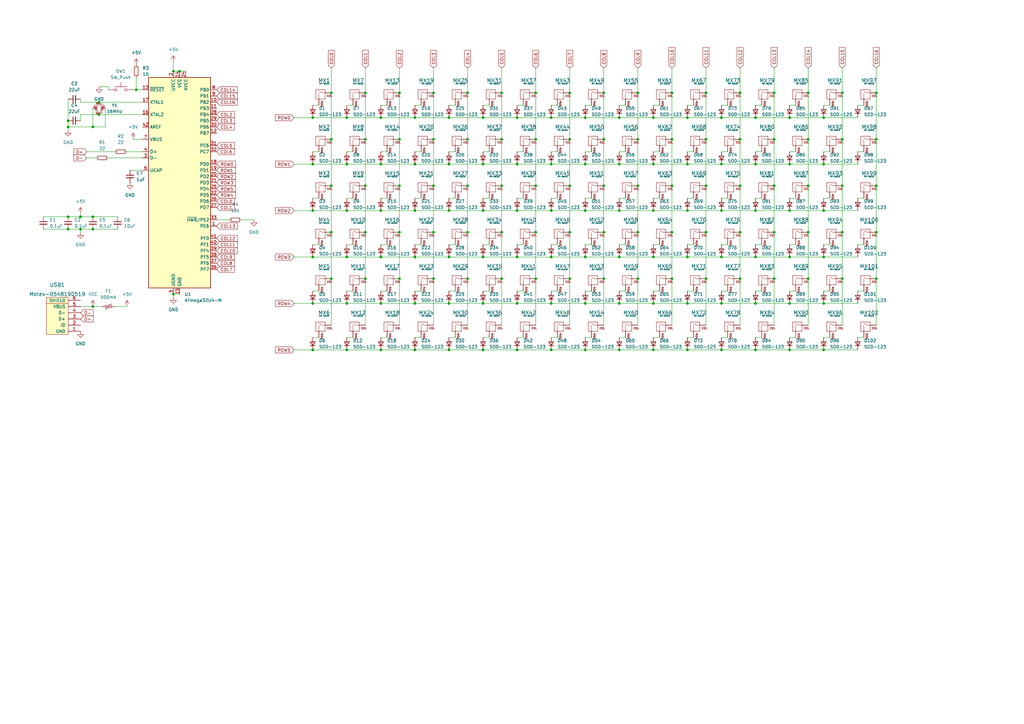
<source format=kicad_sch>
(kicad_sch (version 20211123) (generator eeschema)
  (paper "A3")
  (junction (at 135.89 38.1))
  (junction (at 289.56 114.3))
  (junction (at 142.24 48.26))
  (junction (at 309.88 124.46))
  (junction (at 163.83 114.3))
  (junction (at 184.15 124.46))
  (junction (at 267.97 124.46))
  (junction (at 163.83 76.2))
  (junction (at 247.65 57.15))
  (junction (at 38.1 125.73))
  (junction (at 337.82 124.46))
  (junction (at 27.94 49.53))
  (junction (at 233.68 57.15))
  (junction (at 337.82 86.36))
  (junction (at 191.77 114.3))
  (junction (at 226.06 67.31))
  (junction (at 281.94 105.41))
  (junction (at 156.21 143.51))
  (junction (at 156.21 67.31))
  (junction (at 295.91 124.46))
  (junction (at 212.09 124.46))
  (junction (at 281.94 124.46))
  (junction (at 177.8 95.25))
  (junction (at 149.86 57.15))
  (junction (at 267.97 48.26))
  (junction (at 254 105.41))
  (junction (at 317.5 76.2))
  (junction (at 289.56 57.15))
  (junction (at 212.09 48.26))
  (junction (at 219.71 57.15))
  (junction (at 309.88 86.36))
  (junction (at 240.03 124.46))
  (junction (at 27.94 52.07))
  (junction (at 254 143.51))
  (junction (at 247.65 76.2))
  (junction (at 323.85 67.31))
  (junction (at 337.82 105.41))
  (junction (at 205.74 38.1))
  (junction (at 240.03 48.26))
  (junction (at 345.44 57.15))
  (junction (at 184.15 105.41))
  (junction (at 303.53 114.3))
  (junction (at 359.41 38.1))
  (junction (at 309.88 143.51))
  (junction (at 317.5 114.3))
  (junction (at 309.88 105.41))
  (junction (at 163.83 95.25))
  (junction (at 226.06 105.41))
  (junction (at 275.59 95.25))
  (junction (at 212.09 105.41))
  (junction (at 142.24 86.36))
  (junction (at 184.15 48.26))
  (junction (at 191.77 38.1))
  (junction (at 247.65 114.3))
  (junction (at 198.12 105.41))
  (junction (at 289.56 76.2))
  (junction (at 267.97 105.41))
  (junction (at 191.77 76.2))
  (junction (at 128.27 143.51))
  (junction (at 345.44 114.3))
  (junction (at 261.62 57.15))
  (junction (at 323.85 105.41))
  (junction (at 295.91 143.51))
  (junction (at 226.06 124.46))
  (junction (at 33.02 88.9))
  (junction (at 219.71 76.2))
  (junction (at 73.66 29.21))
  (junction (at 198.12 67.31))
  (junction (at 198.12 86.36))
  (junction (at 240.03 105.41))
  (junction (at 184.15 67.31))
  (junction (at 275.59 38.1))
  (junction (at 71.12 29.21))
  (junction (at 281.94 86.36))
  (junction (at 254 67.31))
  (junction (at 149.86 95.25))
  (junction (at 240.03 143.51))
  (junction (at 198.12 48.26))
  (junction (at 142.24 105.41))
  (junction (at 323.85 143.51))
  (junction (at 219.71 114.3))
  (junction (at 212.09 143.51))
  (junction (at 323.85 86.36))
  (junction (at 177.8 114.3))
  (junction (at 233.68 95.25))
  (junction (at 40.64 41.91))
  (junction (at 177.8 38.1))
  (junction (at 212.09 67.31))
  (junction (at 163.83 38.1))
  (junction (at 170.18 143.51))
  (junction (at 261.62 114.3))
  (junction (at 149.86 114.3))
  (junction (at 135.89 95.25))
  (junction (at 261.62 76.2))
  (junction (at 261.62 95.25))
  (junction (at 331.47 38.1))
  (junction (at 323.85 48.26))
  (junction (at 156.21 105.41))
  (junction (at 40.64 46.99))
  (junction (at 359.41 57.15))
  (junction (at 267.97 143.51))
  (junction (at 149.86 38.1))
  (junction (at 191.77 95.25))
  (junction (at 295.91 105.41))
  (junction (at 38.1 93.98))
  (junction (at 337.82 143.51))
  (junction (at 71.12 120.65))
  (junction (at 345.44 38.1))
  (junction (at 281.94 143.51))
  (junction (at 247.65 95.25))
  (junction (at 205.74 76.2))
  (junction (at 359.41 95.25))
  (junction (at 247.65 38.1))
  (junction (at 309.88 67.31))
  (junction (at 317.5 95.25))
  (junction (at 359.41 76.2))
  (junction (at 170.18 48.26))
  (junction (at 177.8 57.15))
  (junction (at 205.74 114.3))
  (junction (at 275.59 76.2))
  (junction (at 135.89 76.2))
  (junction (at 281.94 48.26))
  (junction (at 254 86.36))
  (junction (at 128.27 105.41))
  (junction (at 184.15 143.51))
  (junction (at 345.44 95.25))
  (junction (at 337.82 67.31))
  (junction (at 309.88 48.26))
  (junction (at 170.18 67.31))
  (junction (at 170.18 105.41))
  (junction (at 303.53 76.2))
  (junction (at 33.02 93.98))
  (junction (at 359.41 114.3))
  (junction (at 281.94 67.31))
  (junction (at 331.47 114.3))
  (junction (at 135.89 57.15))
  (junction (at 128.27 48.26))
  (junction (at 212.09 86.36))
  (junction (at 170.18 86.36))
  (junction (at 226.06 143.51))
  (junction (at 128.27 86.36))
  (junction (at 337.82 48.26))
  (junction (at 184.15 86.36))
  (junction (at 142.24 67.31))
  (junction (at 156.21 124.46))
  (junction (at 233.68 114.3))
  (junction (at 331.47 57.15))
  (junction (at 331.47 76.2))
  (junction (at 303.53 38.1))
  (junction (at 142.24 143.51))
  (junction (at 303.53 57.15))
  (junction (at 198.12 143.51))
  (junction (at 226.06 86.36))
  (junction (at 233.68 38.1))
  (junction (at 170.18 124.46))
  (junction (at 135.89 114.3))
  (junction (at 219.71 38.1))
  (junction (at 205.74 57.15))
  (junction (at 233.68 76.2))
  (junction (at 128.27 67.31))
  (junction (at 177.8 76.2))
  (junction (at 267.97 86.36))
  (junction (at 38.1 88.9))
  (junction (at 275.59 114.3))
  (junction (at 254 48.26))
  (junction (at 27.94 93.98))
  (junction (at 267.97 67.31))
  (junction (at 149.86 76.2))
  (junction (at 205.74 95.25))
  (junction (at 163.83 57.15))
  (junction (at 331.47 95.25))
  (junction (at 128.27 124.46))
  (junction (at 295.91 67.31))
  (junction (at 317.5 57.15))
  (junction (at 275.59 57.15))
  (junction (at 219.71 95.25))
  (junction (at 289.56 38.1))
  (junction (at 240.03 86.36))
  (junction (at 55.88 36.83))
  (junction (at 303.53 95.25))
  (junction (at 295.91 86.36))
  (junction (at 27.94 88.9))
  (junction (at 261.62 38.1))
  (junction (at 38.1 52.07))
  (junction (at 295.91 48.26))
  (junction (at 317.5 38.1))
  (junction (at 240.03 67.31))
  (junction (at 226.06 48.26))
  (junction (at 198.12 124.46))
  (junction (at 345.44 76.2))
  (junction (at 191.77 57.15))
  (junction (at 142.24 124.46))
  (junction (at 323.85 124.46))
  (junction (at 156.21 48.26))
  (junction (at 289.56 95.25))
  (junction (at 156.21 86.36))
  (junction (at 254 124.46))
  (wire (pts (xy 281.94 62.23) (xy 284.48 62.23)))
  (wire (pts (xy 191.77 38.1) (xy 191.77 57.15)))
  (wire (pts (xy 163.83 27.94) (xy 163.83 38.1)))
  (wire (pts (xy 267.97 143.51) (xy 281.94 143.51)))
  (wire (pts (xy 219.71 114.3) (xy 219.71 133.35)))
  (wire (pts (xy 226.06 119.38) (xy 228.6 119.38)))
  (wire (pts (xy 184.15 62.23) (xy 186.69 62.23)))
  (wire (pts (xy 149.86 95.25) (xy 149.86 114.3)))
  (wire (pts (xy 254 105.41) (xy 267.97 105.41)))
  (wire (pts (xy 331.47 114.3) (xy 331.47 133.35)))
  (wire (pts (xy 71.12 29.21) (xy 73.66 29.21)))
  (wire (pts (xy 27.94 93.98) (xy 33.02 93.98)))
  (wire (pts (xy 71.12 25.4) (xy 71.12 29.21)))
  (wire (pts (xy 267.97 62.23) (xy 270.51 62.23)))
  (wire (pts (xy 170.18 105.41) (xy 184.15 105.41)))
  (wire (pts (xy 309.88 143.51) (xy 323.85 143.51)))
  (wire (pts (xy 309.88 81.28) (xy 312.42 81.28)))
  (wire (pts (xy 198.12 105.41) (xy 212.09 105.41)))
  (wire (pts (xy 120.65 105.41) (xy 128.27 105.41)))
  (wire (pts (xy 309.88 124.46) (xy 323.85 124.46)))
  (wire (pts (xy 170.18 138.43) (xy 172.72 138.43)))
  (wire (pts (xy 261.62 76.2) (xy 261.62 95.25)))
  (wire (pts (xy 337.82 86.36) (xy 351.79 86.36)))
  (wire (pts (xy 156.21 43.18) (xy 158.75 43.18)))
  (wire (pts (xy 254 124.46) (xy 267.97 124.46)))
  (wire (pts (xy 27.94 88.9) (xy 33.02 88.9)))
  (wire (pts (xy 323.85 124.46) (xy 337.82 124.46)))
  (wire (pts (xy 303.53 76.2) (xy 303.53 95.25)))
  (wire (pts (xy 135.89 95.25) (xy 135.89 114.3)))
  (wire (pts (xy 128.27 43.18) (xy 130.81 43.18)))
  (wire (pts (xy 351.79 100.33) (xy 354.33 100.33)))
  (wire (pts (xy 198.12 48.26) (xy 212.09 48.26)))
  (wire (pts (xy 247.65 57.15) (xy 247.65 76.2)))
  (wire (pts (xy 184.15 100.33) (xy 186.69 100.33)))
  (wire (pts (xy 226.06 100.33) (xy 228.6 100.33)))
  (wire (pts (xy 337.82 62.23) (xy 340.36 62.23)))
  (wire (pts (xy 254 143.51) (xy 267.97 143.51)))
  (wire (pts (xy 191.77 27.94) (xy 191.77 38.1)))
  (wire (pts (xy 128.27 62.23) (xy 130.81 62.23)))
  (wire (pts (xy 323.85 43.18) (xy 326.39 43.18)))
  (wire (pts (xy 212.09 67.31) (xy 226.06 67.31)))
  (wire (pts (xy 170.18 43.18) (xy 172.72 43.18)))
  (wire (pts (xy 254 62.23) (xy 256.54 62.23)))
  (wire (pts (xy 309.88 86.36) (xy 323.85 86.36)))
  (wire (pts (xy 309.88 105.41) (xy 323.85 105.41)))
  (wire (pts (xy 156.21 143.51) (xy 170.18 143.51)))
  (wire (pts (xy 281.94 143.51) (xy 295.91 143.51)))
  (wire (pts (xy 275.59 57.15) (xy 275.59 76.2)))
  (wire (pts (xy 254 48.26) (xy 267.97 48.26)))
  (wire (pts (xy 135.89 38.1) (xy 135.89 57.15)))
  (wire (pts (xy 170.18 100.33) (xy 172.72 100.33)))
  (wire (pts (xy 226.06 62.23) (xy 228.6 62.23)))
  (wire (pts (xy 71.12 120.65) (xy 71.12 121.92)))
  (wire (pts (xy 317.5 27.94) (xy 317.5 38.1)))
  (wire (pts (xy 27.94 49.53) (xy 27.94 52.07)))
  (wire (pts (xy 128.27 124.46) (xy 142.24 124.46)))
  (wire (pts (xy 240.03 105.41) (xy 254 105.41)))
  (wire (pts (xy 205.74 76.2) (xy 205.74 57.15)))
  (wire (pts (xy 295.91 86.36) (xy 309.88 86.36)))
  (wire (pts (xy 156.21 67.31) (xy 170.18 67.31)))
  (wire (pts (xy 128.27 86.36) (xy 142.24 86.36)))
  (wire (pts (xy 135.89 27.94) (xy 135.89 38.1)))
  (wire (pts (xy 359.41 95.25) (xy 359.41 114.3)))
  (wire (pts (xy 359.41 27.94) (xy 359.41 38.1)))
  (wire (pts (xy 198.12 100.33) (xy 200.66 100.33)))
  (wire (pts (xy 240.03 119.38) (xy 242.57 119.38)))
  (wire (pts (xy 198.12 119.38) (xy 200.66 119.38)))
  (wire (pts (xy 267.97 81.28) (xy 270.51 81.28)))
  (wire (pts (xy 295.91 48.26) (xy 309.88 48.26)))
  (wire (pts (xy 40.64 35.56) (xy 44.45 35.56)))
  (wire (pts (xy 184.15 81.28) (xy 186.69 81.28)))
  (wire (pts (xy 184.15 105.41) (xy 198.12 105.41)))
  (wire (pts (xy 240.03 143.51) (xy 254 143.51)))
  (wire (pts (xy 254 119.38) (xy 256.54 119.38)))
  (wire (pts (xy 233.68 27.94) (xy 233.68 38.1)))
  (wire (pts (xy 135.89 76.2) (xy 135.89 95.25)))
  (wire (pts (xy 142.24 81.28) (xy 144.78 81.28)))
  (wire (pts (xy 359.41 76.2) (xy 359.41 95.25)))
  (wire (pts (xy 163.83 57.15) (xy 163.83 76.2)))
  (wire (pts (xy 309.88 138.43) (xy 312.42 138.43)))
  (wire (pts (xy 289.56 114.3) (xy 289.56 133.35)))
  (wire (pts (xy 149.86 76.2) (xy 149.86 95.25)))
  (wire (pts (xy 359.41 57.15) (xy 359.41 76.2)))
  (wire (pts (xy 170.18 67.31) (xy 184.15 67.31)))
  (wire (pts (xy 303.53 38.1) (xy 303.53 57.15)))
  (wire (pts (xy 323.85 105.41) (xy 337.82 105.41)))
  (wire (pts (xy 240.03 62.23) (xy 242.57 62.23)))
  (wire (pts (xy 184.15 43.18) (xy 186.69 43.18)))
  (wire (pts (xy 17.78 93.98) (xy 27.94 93.98)))
  (wire (pts (xy 289.56 38.1) (xy 289.56 57.15)))
  (wire (pts (xy 226.06 143.51) (xy 240.03 143.51)))
  (wire (pts (xy 240.03 124.46) (xy 254 124.46)))
  (wire (pts (xy 281.94 67.31) (xy 295.91 67.31)))
  (wire (pts (xy 351.79 62.23) (xy 354.33 62.23)))
  (wire (pts (xy 254 43.18) (xy 256.54 43.18)))
  (wire (pts (xy 323.85 86.36) (xy 337.82 86.36)))
  (wire (pts (xy 198.12 67.31) (xy 212.09 67.31)))
  (wire (pts (xy 275.59 27.94) (xy 275.59 38.1)))
  (wire (pts (xy 212.09 119.38) (xy 214.63 119.38)))
  (wire (pts (xy 205.74 95.25) (xy 205.74 76.2)))
  (wire (pts (xy 33.02 93.98) (xy 33.02 95.25)))
  (wire (pts (xy 345.44 76.2) (xy 345.44 95.25)))
  (wire (pts (xy 44.45 64.77) (xy 58.42 64.77)))
  (wire (pts (xy 38.1 52.07) (xy 43.18 52.07)))
  (wire (pts (xy 295.91 67.31) (xy 309.88 67.31)))
  (wire (pts (xy 247.65 27.94) (xy 247.65 38.1)))
  (wire (pts (xy 191.77 57.15) (xy 191.77 76.2)))
  (wire (pts (xy 219.71 76.2) (xy 219.71 95.25)))
  (wire (pts (xy 309.88 119.38) (xy 312.42 119.38)))
  (wire (pts (xy 323.85 143.51) (xy 337.82 143.51)))
  (wire (pts (xy 295.91 43.18) (xy 298.45 43.18)))
  (wire (pts (xy 33.02 125.73) (xy 38.1 125.73)))
  (wire (pts (xy 359.41 114.3) (xy 359.41 133.35)))
  (wire (pts (xy 191.77 76.2) (xy 191.77 95.25)))
  (wire (pts (xy 254 100.33) (xy 256.54 100.33)))
  (wire (pts (xy 205.74 57.15) (xy 205.74 38.1)))
  (wire (pts (xy 233.68 38.1) (xy 233.68 57.15)))
  (wire (pts (xy 303.53 57.15) (xy 303.53 76.2)))
  (wire (pts (xy 267.97 43.18) (xy 270.51 43.18)))
  (wire (pts (xy 177.8 114.3) (xy 177.8 133.35)))
  (wire (pts (xy 156.21 48.26) (xy 170.18 48.26)))
  (wire (pts (xy 55.88 31.75) (xy 55.88 36.83)))
  (wire (pts (xy 309.88 43.18) (xy 312.42 43.18)))
  (wire (pts (xy 177.8 76.2) (xy 177.8 95.25)))
  (wire (pts (xy 337.82 100.33) (xy 340.36 100.33)))
  (wire (pts (xy 46.99 125.73) (xy 52.07 125.73)))
  (wire (pts (xy 317.5 76.2) (xy 317.5 95.25)))
  (wire (pts (xy 38.1 125.73) (xy 41.91 125.73)))
  (wire (pts (xy 55.88 36.83) (xy 58.42 36.83)))
  (wire (pts (xy 289.56 27.94) (xy 289.56 38.1)))
  (wire (pts (xy 240.03 86.36) (xy 254 86.36)))
  (wire (pts (xy 254 67.31) (xy 267.97 67.31)))
  (wire (pts (xy 128.27 81.28) (xy 130.81 81.28)))
  (wire (pts (xy 191.77 95.25) (xy 191.77 114.3)))
  (wire (pts (xy 289.56 95.25) (xy 289.56 114.3)))
  (wire (pts (xy 240.03 100.33) (xy 242.57 100.33)))
  (wire (pts (xy 198.12 124.46) (xy 212.09 124.46)))
  (wire (pts (xy 40.64 41.91) (xy 58.42 41.91)))
  (wire (pts (xy 359.41 38.1) (xy 359.41 57.15)))
  (wire (pts (xy 226.06 81.28) (xy 228.6 81.28)))
  (wire (pts (xy 184.15 124.46) (xy 198.12 124.46)))
  (wire (pts (xy 156.21 100.33) (xy 158.75 100.33)))
  (wire (pts (xy 323.85 67.31) (xy 337.82 67.31)))
  (wire (pts (xy 163.83 114.3) (xy 163.83 133.35)))
  (wire (pts (xy 198.12 86.36) (xy 212.09 86.36)))
  (wire (pts (xy 226.06 48.26) (xy 240.03 48.26)))
  (wire (pts (xy 261.62 27.94) (xy 261.62 38.1)))
  (wire (pts (xy 191.77 114.3) (xy 191.77 133.35)))
  (wire (pts (xy 233.68 95.25) (xy 233.68 114.3)))
  (wire (pts (xy 212.09 81.28) (xy 214.63 81.28)))
  (wire (pts (xy 40.64 46.99) (xy 58.42 46.99)))
  (wire (pts (xy 17.78 88.9) (xy 27.94 88.9)))
  (wire (pts (xy 149.86 57.15) (xy 149.86 76.2)))
  (wire (pts (xy 261.62 114.3) (xy 261.62 133.35)))
  (wire (pts (xy 309.88 48.26) (xy 323.85 48.26)))
  (wire (pts (xy 142.24 48.26) (xy 156.21 48.26)))
  (wire (pts (xy 135.89 57.15) (xy 135.89 76.2)))
  (wire (pts (xy 128.27 138.43) (xy 130.81 138.43)))
  (wire (pts (xy 267.97 138.43) (xy 270.51 138.43)))
  (wire (pts (xy 170.18 48.26) (xy 184.15 48.26)))
  (wire (pts (xy 184.15 86.36) (xy 198.12 86.36)))
  (wire (pts (xy 323.85 81.28) (xy 326.39 81.28)))
  (wire (pts (xy 247.65 38.1) (xy 247.65 57.15)))
  (wire (pts (xy 184.15 138.43) (xy 186.69 138.43)))
  (wire (pts (xy 54.61 36.83) (xy 55.88 36.83)))
  (wire (pts (xy 219.71 38.1) (xy 219.71 57.15)))
  (wire (pts (xy 309.88 100.33) (xy 312.42 100.33)))
  (wire (pts (xy 337.82 124.46) (xy 351.79 124.46)))
  (wire (pts (xy 267.97 119.38) (xy 270.51 119.38)))
  (wire (pts (xy 149.86 27.94) (xy 149.86 38.1)))
  (wire (pts (xy 198.12 138.43) (xy 200.66 138.43)))
  (wire (pts (xy 337.82 81.28) (xy 340.36 81.28)))
  (wire (pts (xy 170.18 86.36) (xy 184.15 86.36)))
  (wire (pts (xy 198.12 143.51) (xy 212.09 143.51)))
  (wire (pts (xy 38.1 88.9) (xy 48.26 88.9)))
  (wire (pts (xy 309.88 67.31) (xy 323.85 67.31)))
  (wire (pts (xy 331.47 95.25) (xy 331.47 114.3)))
  (wire (pts (xy 52.07 62.23) (xy 58.42 62.23)))
  (wire (pts (xy 212.09 48.26) (xy 226.06 48.26)))
  (wire (pts (xy 43.18 44.45) (xy 43.18 52.07)))
  (wire (pts (xy 303.53 114.3) (xy 303.53 133.35)))
  (wire (pts (xy 226.06 138.43) (xy 228.6 138.43)))
  (wire (pts (xy 267.97 124.46) (xy 281.94 124.46)))
  (wire (pts (xy 337.82 119.38) (xy 340.36 119.38)))
  (wire (pts (xy 267.97 86.36) (xy 281.94 86.36)))
  (wire (pts (xy 142.24 105.41) (xy 156.21 105.41)))
  (wire (pts (xy 233.68 114.3) (xy 233.68 133.35)))
  (wire (pts (xy 142.24 43.18) (xy 144.78 43.18)))
  (wire (pts (xy 120.65 67.31) (xy 128.27 67.31)))
  (wire (pts (xy 267.97 48.26) (xy 281.94 48.26)))
  (wire (pts (xy 73.66 29.21) (xy 76.2 29.21)))
  (wire (pts (xy 128.27 143.51) (xy 142.24 143.51)))
  (wire (pts (xy 295.91 105.41) (xy 309.88 105.41)))
  (wire (pts (xy 184.15 48.26) (xy 198.12 48.26)))
  (wire (pts (xy 267.97 100.33) (xy 270.51 100.33)))
  (wire (pts (xy 142.24 138.43) (xy 144.78 138.43)))
  (wire (pts (xy 33.02 46.99) (xy 40.64 46.99)))
  (wire (pts (xy 337.82 138.43) (xy 340.36 138.43)))
  (wire (pts (xy 317.5 57.15) (xy 317.5 76.2)))
  (wire (pts (xy 35.56 64.77) (xy 39.37 64.77)))
  (wire (pts (xy 44.45 36.83) (xy 44.45 35.56)))
  (wire (pts (xy 27.94 52.07) (xy 27.94 53.34)))
  (wire (pts (xy 142.24 67.31) (xy 156.21 67.31)))
  (wire (pts (xy 170.18 62.23) (xy 172.72 62.23)))
  (wire (pts (xy 247.65 76.2) (xy 247.65 95.25)))
  (wire (pts (xy 212.09 143.51) (xy 226.06 143.51)))
  (wire (pts (xy 88.9 90.17) (xy 93.98 90.17)))
  (wire (pts (xy 295.91 124.46) (xy 309.88 124.46)))
  (wire (pts (xy 267.97 105.41) (xy 281.94 105.41)))
  (wire (pts (xy 247.65 95.25) (xy 247.65 114.3)))
  (wire (pts (xy 295.91 138.43) (xy 298.45 138.43)))
  (wire (pts (xy 128.27 67.31) (xy 142.24 67.31)))
  (wire (pts (xy 323.85 100.33) (xy 326.39 100.33)))
  (wire (pts (xy 331.47 76.2) (xy 331.47 95.25)))
  (wire (pts (xy 337.82 105.41) (xy 351.79 105.41)))
  (wire (pts (xy 226.06 105.41) (xy 240.03 105.41)))
  (wire (pts (xy 345.44 95.25) (xy 345.44 114.3)))
  (wire (pts (xy 184.15 119.38) (xy 186.69 119.38)))
  (wire (pts (xy 351.79 43.18) (xy 354.33 43.18)))
  (wire (pts (xy 331.47 27.94) (xy 331.47 38.1)))
  (wire (pts (xy 212.09 86.36) (xy 226.06 86.36)))
  (wire (pts (xy 33.02 40.64) (xy 33.02 41.91)))
  (wire (pts (xy 177.8 27.94) (xy 177.8 38.1)))
  (wire (pts (xy 254 138.43) (xy 256.54 138.43)))
  (wire (pts (xy 345.44 57.15) (xy 345.44 76.2)))
  (wire (pts (xy 281.94 124.46) (xy 295.91 124.46)))
  (wire (pts (xy 128.27 100.33) (xy 130.81 100.33)))
  (wire (pts (xy 212.09 105.41) (xy 226.06 105.41)))
  (wire (pts (xy 281.94 100.33) (xy 284.48 100.33)))
  (wire (pts (xy 163.83 95.25) (xy 163.83 114.3)))
  (wire (pts (xy 281.94 43.18) (xy 284.48 43.18)))
  (wire (pts (xy 351.79 119.38) (xy 354.33 119.38)))
  (wire (pts (xy 345.44 114.3) (xy 345.44 133.35)))
  (wire (pts (xy 261.62 95.25) (xy 261.62 114.3)))
  (wire (pts (xy 317.5 95.25) (xy 317.5 114.3)))
  (wire (pts (xy 337.82 48.26) (xy 351.79 48.26)))
  (wire (pts (xy 281.94 119.38) (xy 284.48 119.38)))
  (wire (pts (xy 142.24 124.46) (xy 156.21 124.46)))
  (wire (pts (xy 233.68 76.2) (xy 233.68 95.25)))
  (wire (pts (xy 163.83 38.1) (xy 163.83 57.15)))
  (wire (pts (xy 323.85 138.43) (xy 326.39 138.43)))
  (wire (pts (xy 184.15 143.51) (xy 198.12 143.51)))
  (wire (pts (xy 177.8 38.1) (xy 177.8 57.15)))
  (wire (pts (xy 177.8 95.25) (xy 177.8 114.3)))
  (wire (pts (xy 212.09 43.18) (xy 214.63 43.18)))
  (wire (pts (xy 303.53 95.25) (xy 303.53 114.3)))
  (wire (pts (xy 198.12 62.23) (xy 200.66 62.23)))
  (wire (pts (xy 156.21 81.28) (xy 158.75 81.28)))
  (wire (pts (xy 99.06 90.17) (xy 104.14 90.17)))
  (wire (pts (xy 177.8 57.15) (xy 177.8 76.2)))
  (wire (pts (xy 345.44 27.94) (xy 345.44 38.1)))
  (wire (pts (xy 149.86 114.3) (xy 149.86 133.35)))
  (wire (pts (xy 212.09 124.46) (xy 226.06 124.46)))
  (wire (pts (xy 156.21 62.23) (xy 158.75 62.23)))
  (wire (pts (xy 219.71 57.15) (xy 219.71 76.2)))
  (wire (pts (xy 323.85 62.23) (xy 326.39 62.23)))
  (wire (pts (xy 27.94 40.64) (xy 27.94 49.53)))
  (wire (pts (xy 33.02 49.53) (xy 33.02 46.99)))
  (wire (pts (xy 156.21 105.41) (xy 170.18 105.41)))
  (wire (pts (xy 198.12 81.28) (xy 200.66 81.28)))
  (wire (pts (xy 281.94 81.28) (xy 284.48 81.28)))
  (wire (pts (xy 142.24 86.36) (xy 156.21 86.36)))
  (wire (pts (xy 142.24 100.33) (xy 144.78 100.33)))
  (wire (pts (xy 135.89 114.3) (xy 135.89 133.35)))
  (wire (pts (xy 295.91 81.28) (xy 298.45 81.28)))
  (wire (pts (xy 331.47 57.15) (xy 331.47 76.2)))
  (wire (pts (xy 295.91 100.33) (xy 298.45 100.33)))
  (wire (pts (xy 233.68 57.15) (xy 233.68 76.2)))
  (wire (pts (xy 212.09 100.33) (xy 214.63 100.33)))
  (wire (pts (xy 156.21 124.46) (xy 170.18 124.46)))
  (wire (pts (xy 198.12 43.18) (xy 200.66 43.18)))
  (wire (pts (xy 351.79 138.43) (xy 354.33 138.43)))
  (wire (pts (xy 331.47 38.1) (xy 331.47 57.15)))
  (wire (pts (xy 254 86.36) (xy 267.97 86.36)))
  (wire (pts (xy 323.85 119.38) (xy 326.39 119.38)))
  (wire (pts (xy 205.74 133.35) (xy 205.74 114.3)))
  (wire (pts (xy 254 81.28) (xy 256.54 81.28)))
  (wire (pts (xy 267.97 67.31) (xy 281.94 67.31)))
  (wire (pts (xy 170.18 124.46) (xy 184.15 124.46)))
  (wire (pts (xy 170.18 81.28) (xy 172.72 81.28)))
  (wire (pts (xy 71.12 120.65) (xy 73.66 120.65)))
  (wire (pts (xy 303.53 27.94) (xy 303.53 38.1)))
  (wire (pts (xy 128.27 48.26) (xy 142.24 48.26)))
  (wire (pts (xy 289.56 76.2) (xy 289.56 95.25)))
  (wire (pts (xy 142.24 143.51) (xy 156.21 143.51)))
  (wire (pts (xy 35.56 62.23) (xy 46.99 62.23)))
  (wire (pts (xy 281.94 138.43) (xy 284.48 138.43)))
  (wire (pts (xy 337.82 67.31) (xy 351.79 67.31)))
  (wire (pts (xy 205.74 27.94) (xy 205.74 38.1)))
  (wire (pts (xy 226.06 67.31) (xy 240.03 67.31)))
  (wire (pts (xy 54.61 57.15) (xy 58.42 57.15)))
  (wire (pts (xy 281.94 48.26) (xy 295.91 48.26)))
  (wire (pts (xy 281.94 86.36) (xy 295.91 86.36)))
  (wire (pts (xy 205.74 114.3) (xy 205.74 95.25)))
  (wire (pts (xy 120.65 86.36) (xy 128.27 86.36)))
  (wire (pts (xy 142.24 119.38) (xy 144.78 119.38)))
  (wire (pts (xy 226.06 43.18) (xy 228.6 43.18)))
  (wire (pts (xy 156.21 138.43) (xy 158.75 138.43)))
  (wire (pts (xy 317.5 114.3) (xy 317.5 133.35)))
  (wire (pts (xy 281.94 105.41) (xy 295.91 105.41)))
  (wire (pts (xy 156.21 86.36) (xy 170.18 86.36)))
  (wire (pts (xy 128.27 119.38) (xy 130.81 119.38)))
  (wire (pts (xy 247.65 114.3) (xy 247.65 133.35)))
  (wire (pts (xy 337.82 43.18) (xy 340.36 43.18)))
  (wire (pts (xy 170.18 143.51) (xy 184.15 143.51)))
  (wire (pts (xy 240.03 48.26) (xy 254 48.26)))
  (wire (pts (xy 33.02 87.63) (xy 33.02 88.9)))
  (wire (pts (xy 53.34 69.85) (xy 58.42 69.85)))
  (wire (pts (xy 275.59 114.3) (xy 275.59 133.35)))
  (wire (pts (xy 184.15 67.31) (xy 198.12 67.31)))
  (wire (pts (xy 142.24 62.23) (xy 144.78 62.23)))
  (wire (pts (xy 275.59 76.2) (xy 275.59 95.25)))
  (wire (pts (xy 337.82 143.51) (xy 351.79 143.51)))
  (wire (pts (xy 240.03 67.31) (xy 254 67.31)))
  (wire (pts (xy 120.65 124.46) (xy 128.27 124.46)))
  (wire (pts (xy 240.03 138.43) (xy 242.57 138.43)))
  (wire (pts (xy 149.86 38.1) (xy 149.86 57.15)))
  (wire (pts (xy 120.65 48.26) (xy 128.27 48.26)))
  (wire (pts (xy 275.59 38.1) (xy 275.59 57.15)))
  (wire (pts (xy 295.91 119.38) (xy 298.45 119.38)))
  (wire (pts (xy 33.02 41.91) (xy 40.64 41.91)))
  (wire (pts (xy 212.09 138.43) (xy 214.63 138.43)))
  (wire (pts (xy 261.62 38.1) (xy 261.62 57.15)))
  (wire (pts (xy 295.91 62.23) (xy 298.45 62.23)))
  (wire (pts (xy 295.91 143.51) (xy 309.88 143.51)))
  (wire (pts (xy 219.71 95.25) (xy 219.71 114.3)))
  (wire (pts (xy 219.71 27.94) (xy 219.71 38.1)))
  (wire (pts (xy 38.1 44.45) (xy 38.1 52.07)))
  (wire (pts (xy 226.06 124.46) (xy 240.03 124.46)))
  (wire (pts (xy 323.85 48.26) (xy 337.82 48.26)))
  (wire (pts (xy 289.56 57.15) (xy 289.56 76.2)))
  (wire (pts (xy 120.65 143.51) (xy 128.27 143.51)))
  (wire (pts (xy 226.06 86.36) (xy 240.03 86.36)))
  (wire (pts (xy 33.02 93.98) (xy 38.1 93.98)))
  (wire (pts (xy 240.03 81.28) (xy 242.57 81.28)))
  (wire (pts (xy 309.88 62.23) (xy 312.42 62.23)))
  (wire (pts (xy 261.62 57.15) (xy 261.62 76.2)))
  (wire (pts (xy 27.94 52.07) (xy 38.1 52.07)))
  (wire (pts (xy 170.18 119.38) (xy 172.72 119.38)))
  (wire (pts (xy 345.44 38.1) (xy 345.44 57.15)))
  (wire (pts (xy 156.21 119.38) (xy 158.75 119.38)))
  (wire (pts (xy 351.79 81.28) (xy 354.33 81.28)))
  (wire (pts (xy 33.02 88.9) (xy 38.1 88.9)))
  (wire (pts (xy 38.1 93.98) (xy 48.26 93.98)))
  (wire (pts (xy 240.03 43.18) (xy 242.57 43.18)))
  (wire (pts (xy 275.59 95.25) (xy 275.59 114.3)))
  (wire (pts (xy 163.83 76.2) (xy 163.83 95.25)))
  (wire (pts (xy 317.5 38.1) (xy 317.5 57.15)))
  (wire (pts (xy 128.27 105.41) (xy 142.24 105.41)))
  (wire (pts (xy 212.09 62.23) (xy 214.63 62.23)))
  (global_label "COL2" (shape input) (at 88.9 46.99 0) (property "Intersheet References" "${INTERSHEET_REFS}" (effects hide)))
  (global_label "COL0" (shape input) (at 88.9 82.55 0) (property "Intersheet References" "${INTERSHEET_REFS}" (effects hide)))
  (global_label "ROW5" (shape input) (at 120.65 143.51 180) (property "Intersheet References" "${INTERSHEET_REFS}" (effects hide)))
  (global_label "COL13" (shape input) (at 317.5 27.94 90) (property "Intersheet References" "${INTERSHEET_REFS}" (effects hide)))
  (global_label "COL2" (shape input) (at 163.83 27.94 90) (property "Intersheet References" "${INTERSHEET_REFS}" (effects hide)))
  (global_label "COL7" (shape input) (at 233.68 27.94 90) (property "Intersheet References" "${INTERSHEET_REFS}" (effects hide)))
  (global_label "COL5" (shape input) (at 205.74 27.94 90) (property "Intersheet References" "${INTERSHEET_REFS}" (effects hide)))
  (global_label "COL14" (shape input) (at 88.9 36.83 0) (property "Intersheet References" "${INTERSHEET_REFS}" (effects hide)))
  (global_label "COL15" (shape input) (at 345.44 27.94 90) (property "Intersheet References" "${INTERSHEET_REFS}" (effects hide)))
  (global_label "COL7" (shape input) (at 88.9 110.49 0) (property "Intersheet References" "${INTERSHEET_REFS}" (effects hide)))
  (global_label "COL3" (shape input) (at 88.9 49.53 0) (property "Intersheet References" "${INTERSHEET_REFS}" (effects hide)))
  (global_label "COL9" (shape input) (at 88.9 105.41 0) (property "Intersheet References" "${INTERSHEET_REFS}" (effects hide)))
  (global_label "D-" (shape input) (at 33.02 128.27 0) (property "Intersheet References" "${INTERSHEET_REFS}" (effects hide)))
  (global_label "ROW2" (shape input) (at 120.65 86.36 180) (property "Intersheet References" "${INTERSHEET_REFS}" (effects hide)))
  (global_label "ROW1" (shape input) (at 88.9 69.85 0) (property "Intersheet References" "${INTERSHEET_REFS}" (effects hide)))
  (global_label "COL9" (shape input) (at 261.62 27.94 90) (property "Intersheet References" "${INTERSHEET_REFS}" (effects hide)))
  (global_label "ROW1" (shape input) (at 120.65 67.31 180) (property "Intersheet References" "${INTERSHEET_REFS}" (effects hide)))
  (global_label "COL1" (shape input) (at 149.86 27.94 90) (property "Intersheet References" "${INTERSHEET_REFS}" (effects hide)))
  (global_label "COL5" (shape input) (at 88.9 59.69 0) (property "Intersheet References" "${INTERSHEET_REFS}" (effects hide)))
  (global_label "ROW0" (shape input) (at 120.65 48.26 180) (property "Intersheet References" "${INTERSHEET_REFS}" (effects hide)))
  (global_label "COL14" (shape input) (at 331.47 27.94 90) (property "Intersheet References" "${INTERSHEET_REFS}" (effects hide)))
  (global_label "ROW2" (shape input) (at 88.9 72.39 0) (property "Intersheet References" "${INTERSHEET_REFS}" (effects hide)))
  (global_label "COL6" (shape input) (at 88.9 62.23 0) (property "Intersheet References" "${INTERSHEET_REFS}" (effects hide)))
  (global_label "COL11" (shape input) (at 88.9 100.33 0) (property "Intersheet References" "${INTERSHEET_REFS}" (effects hide)))
  (global_label "COL8" (shape input) (at 247.65 27.94 90) (property "Intersheet References" "${INTERSHEET_REFS}" (effects hide)))
  (global_label "COL10" (shape input) (at 88.9 102.87 0) (property "Intersheet References" "${INTERSHEET_REFS}" (effects hide)))
  (global_label "D-" (shape input) (at 35.56 64.77 180) (property "Intersheet References" "${INTERSHEET_REFS}" (effects hide)))
  (global_label "ROW3" (shape input) (at 88.9 74.93 0) (property "Intersheet References" "${INTERSHEET_REFS}" (effects hide)))
  (global_label "D+" (shape input) (at 35.56 62.23 180) (property "Intersheet References" "${INTERSHEET_REFS}" (effects hide)))
  (global_label "COL16" (shape input) (at 88.9 41.91 0) (property "Intersheet References" "${INTERSHEET_REFS}" (effects hide)))
  (global_label "COL10" (shape input) (at 275.59 27.94 90) (property "Intersheet References" "${INTERSHEET_REFS}" (effects hide)))
  (global_label "COL12" (shape input) (at 88.9 97.79 0) (property "Intersheet References" "${INTERSHEET_REFS}" (effects hide)))
  (global_label "COL1" (shape input) (at 88.9 85.09 0) (property "Intersheet References" "${INTERSHEET_REFS}" (effects hide)))
  (global_label "COL13" (shape input) (at 88.9 92.71 0) (property "Intersheet References" "${INTERSHEET_REFS}" (effects hide)))
  (global_label "COL6" (shape input) (at 219.71 27.94 90) (property "Intersheet References" "${INTERSHEET_REFS}" (effects hide)))
  (global_label "COL11" (shape input) (at 289.56 27.94 90) (property "Intersheet References" "${INTERSHEET_REFS}" (effects hide)))
  (global_label "D+" (shape input) (at 33.02 130.81 0) (property "Intersheet References" "${INTERSHEET_REFS}" (effects hide)))
  (global_label "COL4" (shape input) (at 191.77 27.94 90) (property "Intersheet References" "${INTERSHEET_REFS}" (effects hide)))
  (global_label "ROW4" (shape input) (at 120.65 124.46 180) (property "Intersheet References" "${INTERSHEET_REFS}" (effects hide)))
  (global_label "ROW4" (shape input) (at 88.9 80.01 0) (property "Intersheet References" "${INTERSHEET_REFS}" (effects hide)))
  (global_label "COL3" (shape input) (at 177.8 27.94 90) (property "Intersheet References" "${INTERSHEET_REFS}" (effects hide)))
  (global_label "ROW0" (shape input) (at 88.9 67.31 0) (property "Intersheet References" "${INTERSHEET_REFS}" (effects hide)))
  (global_label "COL16" (shape input) (at 359.41 27.94 90) (property "Intersheet References" "${INTERSHEET_REFS}" (effects hide)))
  (global_label "COL8" (shape input) (at 88.9 107.95 0) (property "Intersheet References" "${INTERSHEET_REFS}" (effects hide)))
  (global_label "COL4" (shape input) (at 88.9 52.07 0) (property "Intersheet References" "${INTERSHEET_REFS}" (effects hide)))
  (global_label "COL12" (shape input) (at 303.53 27.94 90) (property "Intersheet References" "${INTERSHEET_REFS}" (effects hide)))
  (global_label "ROW5" (shape input) (at 88.9 77.47 0) (property "Intersheet References" "${INTERSHEET_REFS}" (effects hide)))
  (global_label "ROW3" (shape input) (at 120.65 105.41 180) (property "Intersheet References" "${INTERSHEET_REFS}" (effects hide)))
  (global_label "COL15" (shape input) (at 88.9 39.37 0) (property "Intersheet References" "${INTERSHEET_REFS}" (effects hide)))
  (global_label "COL0" (shape input) (at 135.89 27.94 90) (property "Intersheet References" "${INTERSHEET_REFS}" (effects hide)))
  (symbol (lib_id "Device:D_Small") (at 351.79 64.77 90) (unit 1)
    (property "Reference" "D98" (at 354.33 63.4999 90) (effects (justify right)))
    (property "Value" "SOD-123" (at 354.33 66.0399 90) (effects (justify right)))
    (property "Footprint" "Diode_SMD:D_SOD-123" (effects hide))
  )
  (symbol (lib_id "Device:D_Small") (at 337.82 140.97 90) (unit 1)
    (property "Reference" "D96" (at 340.36 139.6999 90) (effects (justify right)))
    (property "Value" "SOD-123" (at 340.36 142.2399 90) (effects (justify right)))
    (property "Footprint" "Diode_SMD:D_SOD-123" (effects hide))
  )
  (symbol (lib_id "MX_Alps_Hybrid:MX-NoLED") (at 327.66 134.62 0) (unit 1)
    (property "Reference" "MX90" (at 328.5456 128.27 0) (effects (font (size 1.524 1.524))))
    (property "Value" "MX-NoLED" (at 328.5456 129.54 0) (effects (font (size 0.508 0.508))))
    (property "Footprint" "MX_Only:MXOnly-1U-Hotswap-Antishear" (effects hide))
  )
  (symbol (lib_id "Device:D_Small") (at 184.15 83.82 90) (unit 1)
    (property "Reference" "D27" (at 186.69 82.5499 90) (effects (justify right)))
    (property "Value" "SOD-123" (at 186.69 85.0899 90) (effects (justify right)))
    (property "Footprint" "Diode_SMD:D_SOD-123" (effects hide))
  )
  (symbol (lib_id "MX_Alps_Hybrid:MX-NoLED") (at 257.81 77.47 0) (unit 1)
    (property "Reference" "MX57" (at 258.6956 71.12 0) (effects (font (size 1.524 1.524))))
    (property "Value" "MX-NoLED" (at 258.6956 72.39 0) (effects (font (size 0.508 0.508))))
    (property "Footprint" "MX_Only:MXOnly-1U-Hotswap-Antishear" (effects hide))
  )
  (symbol (lib_id "power:+5V") (at 71.12 25.4 0) (unit 1)
    (property "Reference" "#PWR011" (effects hide))
    (property "Value" "+5V" (at 71.12 20.32 0))
  )
  (symbol (lib_id "Device:D_Small") (at 323.85 64.77 90) (unit 1)
    (property "Reference" "D86" (at 326.39 63.4999 90) (effects (justify right)))
    (property "Value" "SOD-123" (at 326.39 66.0399 90) (effects (justify right)))
    (property "Footprint" "Diode_SMD:D_SOD-123" (effects hide))
  )
  (symbol (lib_id "Device:D_Small") (at 254 140.97 90) (unit 1)
    (property "Reference" "D60" (at 256.54 139.6999 90) (effects (justify right)))
    (property "Value" "SOD-123" (at 256.54 142.2399 90) (effects (justify right)))
    (property "Footprint" "Diode_SMD:D_SOD-123" (effects hide))
  )
  (symbol (lib_id "Device:D_Small") (at 184.15 45.72 90) (unit 1)
    (property "Reference" "D25" (at 186.69 44.4499 90) (effects (justify right)))
    (property "Value" "SOD-123" (at 186.69 46.9899 90) (effects (justify right)))
    (property "Footprint" "Diode_SMD:D_SOD-123" (effects hide))
  )
  (symbol (lib_id "Device:D_Small") (at 128.27 121.92 90) (unit 1)
    (property "Reference" "D5" (at 130.81 120.6499 90) (effects (justify right)))
    (property "Value" "SOD-123" (at 130.81 123.1899 90) (effects (justify right)))
    (property "Footprint" "Diode_SMD:D_SOD-123" (effects hide))
  )
  (symbol (lib_id "random-keyboard-parts:Molex-0548190519") (at 25.4 130.81 90) (unit 1)
    (property "Reference" "USB1" (at 23.495 116.84 90) (effects (font (size 1.524 1.524))))
    (property "Value" "Molex-0548190519" (at 23.495 120.65 90) (effects (font (size 1.524 1.524))))
    (property "Footprint" "random-keyboard-parts:Molex-0548190589" (effects hide))
  )
  (symbol (lib_id "MX_Alps_Hybrid:MX-NoLED") (at 187.96 58.42 0) (unit 1)
    (property "Reference" "MX26" (at 188.8456 52.07 0) (effects (font (size 1.524 1.524))))
    (property "Value" "MX-NoLED" (at 188.8456 53.34 0) (effects (font (size 0.508 0.508))))
    (property "Footprint" "MX_Only:MXOnly-1U-Hotswap-Antishear" (effects hide))
  )
  (symbol (lib_id "Device:D_Small") (at 198.12 102.87 90) (unit 1)
    (property "Reference" "D34" (at 200.66 101.5999 90) (effects (justify right)))
    (property "Value" "SOD-123" (at 200.66 104.1399 90) (effects (justify right)))
    (property "Footprint" "Diode_SMD:D_SOD-123" (effects hide))
  )
  (symbol (lib_id "Device:R_Small") (at 41.91 64.77 90) (unit 1)
    (property "Reference" "R1" (at 41.91 58.42 90))
    (property "Value" "22" (at 41.91 60.96 90))
    (property "Footprint" "Resistor_SMD:R_1210_3225Metric" (effects hide))
  )
  (symbol (lib_id "MX_Alps_Hybrid:MX-NoLED") (at 285.75 115.57 0) (unit 1)
    (property "Reference" "MX71" (at 286.6356 109.22 0) (effects (font (size 1.524 1.524))))
    (property "Value" "MX-NoLED" (at 286.6356 110.49 0) (effects (font (size 0.508 0.508))))
    (property "Footprint" "MX_Only:MXOnly-1U-Hotswap-Antishear" (effects hide))
  )
  (symbol (lib_id "Device:D_Small") (at 323.85 102.87 90) (unit 1)
    (property "Reference" "D88" (at 326.39 101.5999 90) (effects (justify right)))
    (property "Value" "SOD-123" (at 326.39 104.1399 90) (effects (justify right)))
    (property "Footprint" "Diode_SMD:D_SOD-123" (effects hide))
  )
  (symbol (lib_id "MX_Alps_Hybrid:MX-NoLED") (at 271.78 39.37 0) (unit 1)
    (property "Reference" "MX61" (at 272.6656 33.02 0) (effects (font (size 1.524 1.524))))
    (property "Value" "MX-NoLED" (at 272.6656 34.29 0) (effects (font (size 0.508 0.508))))
    (property "Footprint" "MX_Only:MXOnly-1U-Hotswap-Antishear" (effects hide))
  )
  (symbol (lib_id "Device:D_Small") (at 142.24 45.72 90) (unit 1)
    (property "Reference" "D7" (at 144.78 44.4499 90) (effects (justify right)))
    (property "Value" "SOD-123" (at 144.78 46.9899 90) (effects (justify right)))
    (property "Footprint" "Diode_SMD:D_SOD-123" (effects hide))
  )
  (symbol (lib_id "Device:D_Small") (at 170.18 64.77 90) (unit 1)
    (property "Reference" "D20" (at 172.72 63.4999 90) (effects (justify right)))
    (property "Value" "SOD-123" (at 172.72 66.0399 90) (effects (justify right)))
    (property "Footprint" "Diode_SMD:D_SOD-123" (effects hide))
  )
  (symbol (lib_id "MX_Alps_Hybrid:MX-NoLED") (at 243.84 58.42 0) (unit 1)
    (property "Reference" "MX50" (at 244.7256 52.07 0) (effects (font (size 1.524 1.524))))
    (property "Value" "MX-NoLED" (at 244.7256 53.34 0) (effects (font (size 0.508 0.508))))
    (property "Footprint" "MX_Only:MXOnly-1U-Hotswap-Antishear" (effects hide))
  )
  (symbol (lib_id "MX_Alps_Hybrid:MX-NoLED") (at 355.6 115.57 0) (unit 1)
    (property "Reference" "MX101" (at 356.4856 109.22 0) (effects (font (size 1.524 1.524))))
    (property "Value" "MX-NoLED" (at 356.4856 110.49 0) (effects (font (size 0.508 0.508))))
    (property "Footprint" "MX_Only:MXOnly-1U-Hotswap-Antishear" (effects hide))
  )
  (symbol (lib_id "Device:D_Small") (at 351.79 83.82 90) (unit 1)
    (property "Reference" "D99" (at 354.33 82.5499 90) (effects (justify right)))
    (property "Value" "SOD-123" (at 354.33 85.0899 90) (effects (justify right)))
    (property "Footprint" "Diode_SMD:D_SOD-123" (effects hide))
  )
  (symbol (lib_id "MX_Alps_Hybrid:MX-NoLED") (at 271.78 77.47 0) (unit 1)
    (property "Reference" "MX63" (at 272.6656 71.12 0) (effects (font (size 1.524 1.524))))
    (property "Value" "MX-NoLED" (at 272.6656 72.39 0) (effects (font (size 0.508 0.508))))
    (property "Footprint" "MX_Only:MXOnly-1U-Hotswap-Antishear" (effects hide))
  )
  (symbol (lib_id "MX_Alps_Hybrid:MX-NoLED") (at 146.05 39.37 0) (unit 1)
    (property "Reference" "MX7" (at 146.9356 33.02 0) (effects (font (size 1.524 1.524))))
    (property "Value" "MX-NoLED" (at 146.9356 34.29 0) (effects (font (size 0.508 0.508))))
    (property "Footprint" "MX_Only:MXOnly-1U-Hotswap-Antishear" (effects hide))
  )
  (symbol (lib_id "MX_Alps_Hybrid:MX-NoLED") (at 313.69 96.52 0) (unit 1)
    (property "Reference" "MX82" (at 314.5756 90.17 0) (effects (font (size 1.524 1.524))))
    (property "Value" "MX-NoLED" (at 314.5756 91.44 0) (effects (font (size 0.508 0.508))))
    (property "Footprint" "MX_Only:MXOnly-1U-Hotswap-Antishear" (effects hide))
  )
  (symbol (lib_id "Device:D_Small") (at 156.21 64.77 90) (unit 1)
    (property "Reference" "D14" (at 158.75 63.4999 90) (effects (justify right)))
    (property "Value" "SOD-123" (at 158.75 66.0399 90) (effects (justify right)))
    (property "Footprint" "Diode_SMD:D_SOD-123" (effects hide))
  )
  (symbol (lib_id "MX_Alps_Hybrid:MX-NoLED") (at 299.72 134.62 0) (unit 1)
    (property "Reference" "MX78" (at 300.6056 128.27 0) (effects (font (size 1.524 1.524))))
    (property "Value" "MX-NoLED" (at 300.6056 129.54 0) (effects (font (size 0.508 0.508))))
    (property "Footprint" "MX_Only:MXOnly-1U-Hotswap-Antishear" (effects hide))
  )
  (symbol (lib_id "Device:D_Small") (at 170.18 102.87 90) (unit 1)
    (property "Reference" "D22" (at 172.72 101.5999 90) (effects (justify right)))
    (property "Value" "SOD-123" (at 172.72 104.1399 90) (effects (justify right)))
    (property "Footprint" "Diode_SMD:D_SOD-123" (effects hide))
  )
  (symbol (lib_id "Device:D_Small") (at 281.94 64.77 90) (unit 1)
    (property "Reference" "D68" (at 284.48 63.4999 90) (effects (justify right)))
    (property "Value" "SOD-123" (at 284.48 66.0399 90) (effects (justify right)))
    (property "Footprint" "Diode_SMD:D_SOD-123" (effects hide))
  )
  (symbol (lib_id "MX_Alps_Hybrid:MX-NoLED") (at 355.6 39.37 0) (unit 1)
    (property "Reference" "MX97" (at 356.4856 33.02 0) (effects (font (size 1.524 1.524))))
    (property "Value" "MX-NoLED" (at 356.4856 34.29 0) (effects (font (size 0.508 0.508))))
    (property "Footprint" "MX_Only:MXOnly-1U-Hotswap-Antishear" (effects hide))
  )
  (symbol (lib_id "MX_Alps_Hybrid:MX-NoLED") (at 341.63 77.47 0) (unit 1)
    (property "Reference" "MX93" (at 342.5156 71.12 0) (effects (font (size 1.524 1.524))))
    (property "Value" "MX-NoLED" (at 342.5156 72.39 0) (effects (font (size 0.508 0.508))))
    (property "Footprint" "MX_Only:MXOnly-1U-Hotswap-Antishear" (effects hide))
  )
  (symbol (lib_id "Device:D_Small") (at 170.18 121.92 90) (unit 1)
    (property "Reference" "D23" (at 172.72 120.6499 90) (effects (justify right)))
    (property "Value" "SOD-123" (at 172.72 123.1899 90) (effects (justify right)))
    (property "Footprint" "Diode_SMD:D_SOD-123" (effects hide))
  )
  (symbol (lib_id "Device:R_Small") (at 55.88 29.21 180) (unit 1)
    (property "Reference" "R3" (at 58.42 27.9399 0) (effects (justify right)))
    (property "Value" "10" (at 58.42 30.4799 0) (effects (justify right)))
    (property "Footprint" "Resistor_SMD:R_1210_3225Metric" (effects hide))
  )
  (symbol (lib_id "Device:D_Small") (at 198.12 64.77 90) (unit 1)
    (property "Reference" "D32" (at 200.66 63.4999 90) (effects (justify right)))
    (property "Value" "SOD-123" (at 200.66 66.0399 90) (effects (justify right)))
    (property "Footprint" "Diode_SMD:D_SOD-123" (effects hide))
  )
  (symbol (lib_id "Device:D_Small") (at 254 83.82 90) (unit 1)
    (property "Reference" "D57" (at 256.54 82.5499 90) (effects (justify right)))
    (property "Value" "SOD-123" (at 256.54 85.0899 90) (effects (justify right)))
    (property "Footprint" "Diode_SMD:D_SOD-123" (effects hide))
  )
  (symbol (lib_id "Device:D_Small") (at 295.91 102.87 90) (unit 1)
    (property "Reference" "D76" (at 298.45 101.5999 90) (effects (justify right)))
    (property "Value" "SOD-123" (at 298.45 104.1399 90) (effects (justify right)))
    (property "Footprint" "Diode_SMD:D_SOD-123" (effects hide))
  )
  (symbol (lib_id "MX_Alps_Hybrid:MX-NoLED") (at 299.72 115.57 0) (unit 1)
    (property "Reference" "MX77" (at 300.6056 109.22 0) (effects (font (size 1.524 1.524))))
    (property "Value" "MX-NoLED" (at 300.6056 110.49 0) (effects (font (size 0.508 0.508))))
    (property "Footprint" "MX_Only:MXOnly-1U-Hotswap-Antishear" (effects hide))
  )
  (symbol (lib_id "MX_Alps_Hybrid:MX-NoLED") (at 341.63 58.42 0) (unit 1)
    (property "Reference" "MX92" (at 342.5156 52.07 0) (effects (font (size 1.524 1.524))))
    (property "Value" "MX-NoLED" (at 342.5156 53.34 0) (effects (font (size 0.508 0.508))))
    (property "Footprint" "MX_Only:MXOnly-1U-Hotswap-Antishear" (effects hide))
  )
  (symbol (lib_id "Device:D_Small") (at 240.03 83.82 90) (unit 1)
    (property "Reference" "D51" (at 242.57 82.5499 90) (effects (justify right)))
    (property "Value" "SOD-123" (at 242.57 85.0899 90) (effects (justify right)))
    (property "Footprint" "Diode_SMD:D_SOD-123" (effects hide))
  )
  (symbol (lib_id "Device:D_Small") (at 226.06 102.87 90) (unit 1)
    (property "Reference" "D46" (at 228.6 101.5999 90) (effects (justify right)))
    (property "Value" "SOD-123" (at 228.6 104.1399 90) (effects (justify right)))
    (property "Footprint" "Diode_SMD:D_SOD-123" (effects hide))
  )
  (symbol (lib_id "MX_Alps_Hybrid:MX-NoLED") (at 201.93 77.47 0) (unit 1)
    (property "Reference" "MX33" (at 202.8156 71.12 0) (effects (font (size 1.524 1.524))))
    (property "Value" "MX-NoLED" (at 202.8156 72.39 0) (effects (font (size 0.508 0.508))))
    (property "Footprint" "MX_Only:MXOnly-1U-Hotswap-Antishear" (effects hide))
  )
  (symbol (lib_id "MX_Alps_Hybrid:MX-NoLED") (at 146.05 115.57 0) (unit 1)
    (property "Reference" "MX11" (at 146.9356 109.22 0) (effects (font (size 1.524 1.524))))
    (property "Value" "MX-NoLED" (at 146.9356 110.49 0) (effects (font (size 0.508 0.508))))
    (property "Footprint" "MX_Only:MXOnly-1U-Hotswap-Antishear" (effects hide))
  )
  (symbol (lib_id "MX_Alps_Hybrid:MX-NoLED") (at 229.87 134.62 0) (unit 1)
    (property "Reference" "MX48" (at 230.7556 128.27 0) (effects (font (size 1.524 1.524))))
    (property "Value" "MX-NoLED" (at 230.7556 129.54 0) (effects (font (size 0.508 0.508))))
    (property "Footprint" "MX_Only:MXOnly-1U-Hotswap-Antishear" (effects hide))
  )
  (symbol (lib_id "MX_Alps_Hybrid:MX-NoLED") (at 160.02 134.62 0) (unit 1)
    (property "Reference" "MX18" (at 160.9056 128.27 0) (effects (font (size 1.524 1.524))))
    (property "Value" "MX-NoLED" (at 160.9056 129.54 0) (effects (font (size 0.508 0.508))))
    (property "Footprint" "MX_Only:MXOnly-1U-Hotswap-Antishear" (effects hide))
  )
  (symbol (lib_id "MX_Alps_Hybrid:MX-NoLED") (at 271.78 58.42 0) (unit 1)
    (property "Reference" "MX62" (at 272.6656 52.07 0) (effects (font (size 1.524 1.524))))
    (property "Value" "MX-NoLED" (at 272.6656 53.34 0) (effects (font (size 0.508 0.508))))
    (property "Footprint" "MX_Only:MXOnly-1U-Hotswap-Antishear" (effects hide))
  )
  (symbol (lib_id "MX_Alps_Hybrid:MX-NoLED") (at 160.02 77.47 0) (unit 1)
    (property "Reference" "MX15" (at 160.9056 71.12 0) (effects (font (size 1.524 1.524))))
    (property "Value" "MX-NoLED" (at 160.9056 72.39 0) (effects (font (size 0.508 0.508))))
    (property "Footprint" "MX_Only:MXOnly-1U-Hotswap-Antishear" (effects hide))
  )
  (symbol (lib_id "Device:D_Small") (at 142.24 64.77 90) (unit 1)
    (property "Reference" "D8" (at 144.78 63.4999 90) (effects (justify right)))
    (property "Value" "SOD-123" (at 144.78 66.0399 90) (effects (justify right)))
    (property "Footprint" "Diode_SMD:D_SOD-123" (effects hide))
  )
  (symbol (lib_id "MX_Alps_Hybrid:MX-NoLED") (at 215.9 39.37 0) (unit 1)
    (property "Reference" "MX37" (at 216.7856 33.02 0) (effects (font (size 1.524 1.524))))
    (property "Value" "MX-NoLED" (at 216.7856 34.29 0) (effects (font (size 0.508 0.508))))
    (property "Footprint" "MX_Only:MXOnly-1U-Hotswap-Antishear" (effects hide))
  )
  (symbol (lib_id "Device:D_Small") (at 295.91 45.72 90) (unit 1)
    (property "Reference" "D73" (at 298.45 44.4499 90) (effects (justify right)))
    (property "Value" "SOD-123" (at 298.45 46.9899 90) (effects (justify right)))
    (property "Footprint" "Diode_SMD:D_SOD-123" (effects hide))
  )
  (symbol (lib_id "MX_Alps_Hybrid:MX-NoLED") (at 215.9 58.42 0) (unit 1)
    (property "Reference" "MX38" (at 216.7856 52.07 0) (effects (font (size 1.524 1.524))))
    (property "Value" "MX-NoLED" (at 216.7856 53.34 0) (effects (font (size 0.508 0.508))))
    (property "Footprint" "MX_Only:MXOnly-1U-Hotswap-Antishear" (effects hide))
  )
  (symbol (lib_id "MX_Alps_Hybrid:MX-NoLED") (at 201.93 58.42 0) (unit 1)
    (property "Reference" "MX32" (at 202.8156 52.07 0) (effects (font (size 1.524 1.524))))
    (property "Value" "MX-NoLED" (at 202.8156 53.34 0) (effects (font (size 0.508 0.508))))
    (property "Footprint" "MX_Only:MXOnly-1U-Hotswap-Antishear" (effects hide))
  )
  (symbol (lib_id "Device:D_Small") (at 156.21 83.82 90) (unit 1)
    (property "Reference" "D15" (at 158.75 82.5499 90) (effects (justify right)))
    (property "Value" "SOD-123" (at 158.75 85.0899 90) (effects (justify right)))
    (property "Footprint" "Diode_SMD:D_SOD-123" (effects hide))
  )
  (symbol (lib_id "power:GND") (at 33.02 135.89 0) (unit 1)
    (property "Reference" "#PWR04" (effects hide))
    (property "Value" "GND" (at 33.02 140.97 0))
  )
  (symbol (lib_id "Device:D_Small") (at 281.94 83.82 90) (unit 1)
    (property "Reference" "D69" (at 284.48 82.5499 90) (effects (justify right)))
    (property "Value" "SOD-123" (at 284.48 85.0899 90) (effects (justify right)))
    (property "Footprint" "Diode_SMD:D_SOD-123" (effects hide))
  )
  (symbol (lib_id "MX_Alps_Hybrid:MX-NoLED") (at 355.6 58.42 0) (unit 1)
    (property "Reference" "MX98" (at 356.4856 52.07 0) (effects (font (size 1.524 1.524))))
    (property "Value" "MX-NoLED" (at 356.4856 53.34 0) (effects (font (size 0.508 0.508))))
    (property "Footprint" "MX_Only:MXOnly-1U-Hotswap-Antishear" (effects hide))
  )
  (symbol (lib_id "Device:D_Small") (at 351.79 140.97 90) (unit 1)
    (property "Reference" "D102" (at 354.33 139.6999 90) (effects (justify right)))
    (property "Value" "SOD-123" (at 354.33 142.2399 90) (effects (justify right)))
    (property "Footprint" "Diode_SMD:D_SOD-123" (effects hide))
  )
  (symbol (lib_id "MX_Alps_Hybrid:MX-NoLED") (at 271.78 115.57 0) (unit 1)
    (property "Reference" "MX65" (at 272.6656 109.22 0) (effects (font (size 1.524 1.524))))
    (property "Value" "MX-NoLED" (at 272.6656 110.49 0) (effects (font (size 0.508 0.508))))
    (property "Footprint" "MX_Only:MXOnly-1U-Hotswap-Antishear" (effects hide))
  )
  (symbol (lib_id "MX_Alps_Hybrid:MX-NoLED") (at 285.75 58.42 0) (unit 1)
    (property "Reference" "MX68" (at 286.6356 52.07 0) (effects (font (size 1.524 1.524))))
    (property "Value" "MX-NoLED" (at 286.6356 53.34 0) (effects (font (size 0.508 0.508))))
    (property "Footprint" "MX_Only:MXOnly-1U-Hotswap-Antishear" (effects hide))
  )
  (symbol (lib_id "MX_Alps_Hybrid:MX-NoLED") (at 313.69 39.37 0) (unit 1)
    (property "Reference" "MX79" (at 314.5756 33.02 0) (effects (font (size 1.524 1.524))))
    (property "Value" "MX-NoLED" (at 314.5756 34.29 0) (effects (font (size 0.508 0.508))))
    (property "Footprint" "MX_Only:MXOnly-1U-Hotswap-Antishear" (effects hide))
  )
  (symbol (lib_id "MX_Alps_Hybrid:MX-NoLED") (at 132.08 134.62 0) (unit 1)
    (property "Reference" "MX6" (at 132.9656 128.27 0) (effects (font (size 1.524 1.524))))
    (property "Value" "MX-NoLED" (at 132.9656 129.54 0) (effects (font (size 0.508 0.508))))
    (property "Footprint" "MX_Only:MXOnly-1U-Hotswap-Antishear" (effects hide))
  )
  (symbol (lib_id "power:+5V") (at 55.88 26.67 0) (unit 1)
    (property "Reference" "#PWR010" (effects hide))
    (property "Value" "+5V" (at 55.88 21.59 0))
  )
  (symbol (lib_id "MX_Alps_Hybrid:MX-NoLED") (at 201.93 39.37 0) (unit 1)
    (property "Reference" "MX31" (at 202.8156 33.02 0) (effects (font (size 1.524 1.524))))
    (property "Value" "MX-NoLED" (at 202.8156 34.29 0) (effects (font (size 0.508 0.508))))
    (property "Footprint" "MX_Only:MXOnly-1U-Hotswap-Antishear" (effects hide))
  )
  (symbol (lib_id "Device:D_Small") (at 226.06 140.97 90) (unit 1)
    (property "Reference" "D48" (at 228.6 139.6999 90) (effects (justify right)))
    (property "Value" "SOD-123" (at 228.6 142.2399 90) (effects (justify right)))
    (property "Footprint" "Diode_SMD:D_SOD-123" (effects hide))
  )
  (symbol (lib_id "Device:D_Small") (at 240.03 102.87 90) (unit 1)
    (property "Reference" "D52" (at 242.57 101.5999 90) (effects (justify right)))
    (property "Value" "SOD-123" (at 242.57 104.1399 90) (effects (justify right)))
    (property "Footprint" "Diode_SMD:D_SOD-123" (effects hide))
  )
  (symbol (lib_id "MX_Alps_Hybrid:MX-NoLED") (at 257.81 134.62 0) (unit 1)
    (property "Reference" "MX60" (at 258.6956 128.27 0) (effects (font (size 1.524 1.524))))
    (property "Value" "MX-NoLED" (at 258.6956 129.54 0) (effects (font (size 0.508 0.508))))
    (property "Footprint" "MX_Only:MXOnly-1U-Hotswap-Antishear" (effects hide))
  )
  (symbol (lib_id "MX_Alps_Hybrid:MX-NoLED") (at 229.87 115.57 0) (unit 1)
    (property "Reference" "MX47" (at 230.7556 109.22 0) (effects (font (size 1.524 1.524))))
    (property "Value" "MX-NoLED" (at 230.7556 110.49 0) (effects (font (size 0.508 0.508))))
    (property "Footprint" "MX_Only:MXOnly-1U-Hotswap-Antishear" (effects hide))
  )
  (symbol (lib_id "Device:D_Small") (at 351.79 121.92 90) (unit 1)
    (property "Reference" "D101" (at 354.33 120.6499 90) (effects (justify right)))
    (property "Value" "SOD-123" (at 354.33 123.1899 90) (effects (justify right)))
    (property "Footprint" "Diode_SMD:D_SOD-123" (effects hide))
  )
  (symbol (lib_id "MX_Alps_Hybrid:MX-NoLED") (at 271.78 96.52 0) (unit 1)
    (property "Reference" "MX64" (at 272.6656 90.17 0) (effects (font (size 1.524 1.524))))
    (property "Value" "MX-NoLED" (at 272.6656 91.44 0) (effects (font (size 0.508 0.508))))
    (property "Footprint" "MX_Only:MXOnly-1U-Hotswap-Antishear" (effects hide))
  )
  (symbol (lib_id "Device:D_Small") (at 295.91 83.82 90) (unit 1)
    (property "Reference" "D75" (at 298.45 82.5499 90) (effects (justify right)))
    (property "Value" "SOD-123" (at 298.45 85.0899 90) (effects (justify right)))
    (property "Footprint" "Diode_SMD:D_SOD-123" (effects hide))
  )
  (symbol (lib_id "Device:D_Small") (at 142.24 83.82 90) (unit 1)
    (property "Reference" "D9" (at 144.78 82.5499 90) (effects (justify right)))
    (property "Value" "SOD-123" (at 144.78 85.0899 90) (effects (justify right)))
    (property "Footprint" "Diode_SMD:D_SOD-123" (effects hide))
  )
  (symbol (lib_id "Device:D_Small") (at 128.27 64.77 90) (unit 1)
    (property "Reference" "D2" (at 130.81 63.4999 90) (effects (justify right)))
    (property "Value" "SOD-123" (at 130.81 66.0399 90) (effects (justify right)))
    (property "Footprint" "Diode_SMD:D_SOD-123" (effects hide))
  )
  (symbol (lib_id "MX_Alps_Hybrid:MX-NoLED") (at 299.72 58.42 0) (unit 1)
    (property "Reference" "MX74" (at 300.6056 52.07 0) (effects (font (size 1.524 1.524))))
    (property "Value" "MX-NoLED" (at 300.6056 53.34 0) (effects (font (size 0.508 0.508))))
    (property "Footprint" "MX_Only:MXOnly-1U-Hotswap-Antishear" (effects hide))
  )
  (symbol (lib_id "MX_Alps_Hybrid:MX-NoLED") (at 285.75 134.62 0) (unit 1)
    (property "Reference" "MX72" (at 286.6356 128.27 0) (effects (font (size 1.524 1.524))))
    (property "Value" "MX-NoLED" (at 286.6356 129.54 0) (effects (font (size 0.508 0.508))))
    (property "Footprint" "MX_Only:MXOnly-1U-Hotswap-Antishear" (effects hide))
  )
  (symbol (lib_id "MX_Alps_Hybrid:MX-NoLED") (at 313.69 134.62 0) (unit 1)
    (property "Reference" "MX84" (at 314.5756 128.27 0) (effects (font (size 1.524 1.524))))
    (property "Value" "MX-NoLED" (at 314.5756 129.54 0) (effects (font (size 0.508 0.508))))
    (property "Footprint" "MX_Only:MXOnly-1U-Hotswap-Antishear" (effects hide))
  )
  (symbol (lib_id "power:+5V") (at 52.07 125.73 0) (unit 1)
    (property "Reference" "#PWR07" (effects hide))
    (property "Value" "+5V" (at 52.07 120.65 0))
  )
  (symbol (lib_id "MX_Alps_Hybrid:MX-NoLED") (at 187.96 39.37 0) (unit 1)
    (property "Reference" "MX25" (at 188.8456 33.02 0) (effects (font (size 1.524 1.524))))
    (property "Value" "MX-NoLED" (at 188.8456 34.29 0) (effects (font (size 0.508 0.508))))
    (property "Footprint" "MX_Only:MXOnly-1U-Hotswap-Antishear" (effects hide))
  )
  (symbol (lib_id "Device:D_Small") (at 323.85 140.97 90) (unit 1)
    (property "Reference" "D90" (at 326.39 139.6999 90) (effects (justify right)))
    (property "Value" "SOD-123" (at 326.39 142.2399 90) (effects (justify right)))
    (property "Footprint" "Diode_SMD:D_SOD-123" (effects hide))
  )
  (symbol (lib_id "Device:D_Small") (at 198.12 140.97 90) (unit 1)
    (property "Reference" "D36" (at 200.66 139.6999 90) (effects (justify right)))
    (property "Value" "SOD-123" (at 200.66 142.2399 90) (effects (justify right)))
    (property "Footprint" "Diode_SMD:D_SOD-123" (effects hide))
  )
  (symbol (lib_id "MX_Alps_Hybrid:MX-NoLED") (at 201.93 115.57 0) (unit 1)
    (property "Reference" "MX35" (at 202.8156 109.22 0) (effects (font (size 1.524 1.524))))
    (property "Value" "MX-NoLED" (at 202.8156 110.49 0) (effects (font (size 0.508 0.508))))
    (property "Footprint" "MX_Only:MXOnly-1U-Hotswap-Antishear" (effects hide))
  )
  (symbol (lib_id "Device:D_Small") (at 198.12 83.82 90) (unit 1)
    (property "Reference" "D33" (at 200.66 82.5499 90) (effects (justify right)))
    (property "Value" "SOD-123" (at 200.66 85.0899 90) (effects (justify right)))
    (property "Footprint" "Diode_SMD:D_SOD-123" (effects hide))
  )
  (symbol (lib_id "MX_Alps_Hybrid:MX-NoLED") (at 243.84 134.62 0) (unit 1)
    (property "Reference" "MX54" (at 244.7256 128.27 0) (effects (font (size 1.524 1.524))))
    (property "Value" "MX-NoLED" (at 244.7256 129.54 0) (effects (font (size 0.508 0.508))))
    (property "Footprint" "MX_Only:MXOnly-1U-Hotswap-Antishear" (effects hide))
  )
  (symbol (lib_id "MX_Alps_Hybrid:MX-NoLED") (at 243.84 77.47 0) (unit 1)
    (property "Reference" "MX51" (at 244.7256 71.12 0) (effects (font (size 1.524 1.524))))
    (property "Value" "MX-NoLED" (at 244.7256 72.39 0) (effects (font (size 0.508 0.508))))
    (property "Footprint" "MX_Only:MXOnly-1U-Hotswap-Antishear" (effects hide))
  )
  (symbol (lib_id "MX_Alps_Hybrid:MX-NoLED") (at 173.99 77.47 0) (unit 1)
    (property "Reference" "MX21" (at 174.8756 71.12 0) (effects (font (size 1.524 1.524))))
    (property "Value" "MX-NoLED" (at 174.8756 72.39 0) (effects (font (size 0.508 0.508))))
    (property "Footprint" "MX_Only:MXOnly-1U-Hotswap-Antishear" (effects hide))
  )
  (symbol (lib_id "Device:D_Small") (at 198.12 45.72 90) (unit 1)
    (property "Reference" "D31" (at 200.66 44.4499 90) (effects (justify right)))
    (property "Value" "SOD-123" (at 200.66 46.9899 90) (effects (justify right)))
    (property "Footprint" "Diode_SMD:D_SOD-123" (effects hide))
  )
  (symbol (lib_id "power:+5V") (at 54.61 57.15 0) (unit 1)
    (property "Reference" "#PWR09" (effects hide))
    (property "Value" "+5V" (at 54.61 52.07 0))
  )
  (symbol (lib_id "Device:D_Small") (at 337.82 83.82 90) (unit 1)
    (property "Reference" "D93" (at 340.36 82.5499 90) (effects (justify right)))
    (property "Value" "SOD-123" (at 340.36 85.0899 90) (effects (justify right)))
    (property "Footprint" "Diode_SMD:D_SOD-123" (effects hide))
  )
  (symbol (lib_id "MX_Alps_Hybrid:MX-NoLED") (at 257.81 58.42 0) (unit 1)
    (property "Reference" "MX56" (at 258.6956 52.07 0) (effects (font (size 1.524 1.524))))
    (property "Value" "MX-NoLED" (at 258.6956 53.34 0) (effects (font (size 0.508 0.508))))
    (property "Footprint" "MX_Only:MXOnly-1U-Hotswap-Antishear" (effects hide))
  )
  (symbol (lib_id "MX_Alps_Hybrid:MX-NoLED") (at 215.9 77.47 0) (unit 1)
    (property "Reference" "MX39" (at 216.7856 71.12 0) (effects (font (size 1.524 1.524))))
    (property "Value" "MX-NoLED" (at 216.7856 72.39 0) (effects (font (size 0.508 0.508))))
    (property "Footprint" "MX_Only:MXOnly-1U-Hotswap-Antishear" (effects hide))
  )
  (symbol (lib_id "MX_Alps_Hybrid:MX-NoLED") (at 201.93 96.52 0) (unit 1)
    (property "Reference" "MX34" (at 202.8156 90.17 0) (effects (font (size 1.524 1.524))))
    (property "Value" "MX-NoLED" (at 202.8156 91.44 0) (effects (font (size 0.508 0.508))))
    (property "Footprint" "MX_Only:MXOnly-1U-Hotswap-Antishear" (effects hide))
  )
  (symbol (lib_id "MX_Alps_Hybrid:MX-NoLED") (at 146.05 134.62 0) (unit 1)
    (property "Reference" "MX12" (at 146.9356 128.27 0) (effects (font (size 1.524 1.524))))
    (property "Value" "MX-NoLED" (at 146.9356 129.54 0) (effects (font (size 0.508 0.508))))
    (property "Footprint" "MX_Only:MXOnly-1U-Hotswap-Antishear" (effects hide))
  )
  (symbol (lib_id "Device:D_Small") (at 309.88 140.97 90) (unit 1)
    (property "Reference" "D84" (at 312.42 139.6999 90) (effects (justify right)))
    (property "Value" "SOD-123" (at 312.42 142.2399 90) (effects (justify right)))
    (property "Footprint" "Diode_SMD:D_SOD-123" (effects hide))
  )
  (symbol (lib_id "Device:D_Small") (at 267.97 45.72 90) (unit 1)
    (property "Reference" "D61" (at 270.51 44.4499 90) (effects (justify right)))
    (property "Value" "SOD-123" (at 270.51 46.9899 90) (effects (justify right)))
    (property "Footprint" "Diode_SMD:D_SOD-123" (effects hide))
  )
  (symbol (lib_id "MX_Alps_Hybrid:MX-NoLED") (at 173.99 134.62 0) (unit 1)
    (property "Reference" "MX24" (at 174.8756 128.27 0) (effects (font (size 1.524 1.524))))
    (property "Value" "MX-NoLED" (at 174.8756 129.54 0) (effects (font (size 0.508 0.508))))
    (property "Footprint" "MX_Only:MXOnly-1U-Hotswap-Antishear" (effects hide))
  )
  (symbol (lib_id "MX_Alps_Hybrid:MX-NoLED") (at 285.75 96.52 0) (unit 1)
    (property "Reference" "MX70" (at 286.6356 90.17 0) (effects (font (size 1.524 1.524))))
    (property "Value" "MX-NoLED" (at 286.6356 91.44 0) (effects (font (size 0.508 0.508))))
    (property "Footprint" "MX_Only:MXOnly-1U-Hotswap-Antishear" (effects hide))
  )
  (symbol (lib_id "Device:R_Small") (at 49.53 62.23 90) (unit 1)
    (property "Reference" "R2" (at 49.53 55.88 90))
    (property "Value" "22" (at 49.53 58.42 90))
    (property "Footprint" "Resistor_SMD:R_1210_3225Metric" (effects hide))
  )
  (symbol (lib_id "Device:C_Small") (at 30.48 49.53 90) (unit 1)
    (property "Reference" "C4" (at 30.4863 43.18 90))
    (property "Value" "22uF" (at 30.4863 45.72 90))
    (property "Footprint" "Capacitor_SMD:C_0805_2012Metric" (effects hide))
  )
  (symbol (lib_id "MX_Alps_Hybrid:MX-NoLED") (at 327.66 77.47 0) (unit 1)
    (property "Reference" "MX87" (at 328.5456 71.12 0) (effects (font (size 1.524 1.524))))
    (property "Value" "MX-NoLED" (at 328.5456 72.39 0) (effects (font (size 0.508 0.508))))
    (property "Footprint" "MX_Only:MXOnly-1U-Hotswap-Antishear" (effects hide))
  )
  (symbol (lib_id "MX_Alps_Hybrid:MX-NoLED") (at 173.99 39.37 0) (unit 1)
    (property "Reference" "MX19" (at 174.8756 33.02 0) (effects (font (size 1.524 1.524))))
    (property "Value" "MX-NoLED" (at 174.8756 34.29 0) (effects (font (size 0.508 0.508))))
    (property "Footprint" "MX_Only:MXOnly-1U-Hotswap-Antishear" (effects hide))
  )
  (symbol (lib_id "Switch:SW_Push") (at 49.53 36.83 0) (unit 1)
    (property "Reference" "SW1" (at 49.53 29.21 0))
    (property "Value" "SW_Push" (at 49.53 31.75 0))
    (property "Footprint" "random-keyboard-parts:SKQG-1155865" (effects hide))
  )
  (symbol (lib_id "MX_Alps_Hybrid:MX-NoLED") (at 355.6 96.52 0) (unit 1)
    (property "Reference" "MX100" (at 356.4856 90.17 0) (effects (font (size 1.524 1.524))))
    (property "Value" "MX-NoLED" (at 356.4856 91.44 0) (effects (font (size 0.508 0.508))))
    (property "Footprint" "MX_Only:MXOnly-1U-Hotswap-Antishear" (effects hide))
  )
  (symbol (lib_id "MX_Alps_Hybrid:MX-NoLED") (at 215.9 134.62 0) (unit 1)
    (property "Reference" "MX42" (at 216.7856 128.27 0) (effects (font (size 1.524 1.524))))
    (property "Value" "MX-NoLED" (at 216.7856 129.54 0) (effects (font (size 0.508 0.508))))
    (property "Footprint" "MX_Only:MXOnly-1U-Hotswap-Antishear" (effects hide))
  )
  (symbol (lib_id "Device:D_Small") (at 212.09 121.92 90) (unit 1)
    (property "Reference" "D41" (at 214.63 120.6499 90) (effects (justify right)))
    (property "Value" "SOD-123" (at 214.63 123.1899 90) (effects (justify right)))
    (property "Footprint" "Diode_SMD:D_SOD-123" (effects hide))
  )
  (symbol (lib_id "MX_Alps_Hybrid:MX-NoLED") (at 285.75 39.37 0) (unit 1)
    (property "Reference" "MX67" (at 286.6356 33.02 0) (effects (font (size 1.524 1.524))))
    (property "Value" "MX-NoLED" (at 286.6356 34.29 0) (effects (font (size 0.508 0.508))))
    (property "Footprint" "MX_Only:MXOnly-1U-Hotswap-Antishear" (effects hide))
  )
  (symbol (lib_id "MX_Alps_Hybrid:MX-NoLED") (at 243.84 39.37 0) (unit 1)
    (property "Reference" "MX49" (at 244.7256 33.02 0) (effects (font (size 1.524 1.524))))
    (property "Value" "MX-NoLED" (at 244.7256 34.29 0) (effects (font (size 0.508 0.508))))
    (property "Footprint" "MX_Only:MXOnly-1U-Hotswap-Antishear" (effects hide))
  )
  (symbol (lib_id "Device:D_Small") (at 337.82 102.87 90) (unit 1)
    (property "Reference" "D94" (at 340.36 101.5999 90) (effects (justify right)))
    (property "Value" "SOD-123" (at 340.36 104.1399 90) (effects (justify right)))
    (property "Footprint" "Diode_SMD:D_SOD-123" (effects hide))
  )
  (symbol (lib_id "Device:D_Small") (at 295.91 64.77 90) (unit 1)
    (property "Reference" "D74" (at 298.45 63.4999 90) (effects (justify right)))
    (property "Value" "SOD-123" (at 298.45 66.0399 90) (effects (justify right)))
    (property "Footprint" "Diode_SMD:D_SOD-123" (effects hide))
  )
  (symbol (lib_id "MX_Alps_Hybrid:MX-NoLED") (at 299.72 96.52 0) (unit 1)
    (property "Reference" "MX76" (at 300.6056 90.17 0) (effects (font (size 1.524 1.524))))
    (property "Value" "MX-NoLED" (at 300.6056 91.44 0) (effects (font (size 0.508 0.508))))
    (property "Footprint" "MX_Only:MXOnly-1U-Hotswap-Antishear" (effects hide))
  )
  (symbol (lib_id "MX_Alps_Hybrid:MX-NoLED") (at 257.81 39.37 0) (unit 1)
    (property "Reference" "MX55" (at 258.6956 33.02 0) (effects (font (size 1.524 1.524))))
    (property "Value" "MX-NoLED" (at 258.6956 34.29 0) (effects (font (size 0.508 0.508))))
    (property "Footprint" "MX_Only:MXOnly-1U-Hotswap-Antishear" (effects hide))
  )
  (symbol (lib_id "MX_Alps_Hybrid:MX-NoLED") (at 327.66 96.52 0) (unit 1)
    (property "Reference" "MX88" (at 328.5456 90.17 0) (effects (font (size 1.524 1.524))))
    (property "Value" "MX-NoLED" (at 328.5456 91.44 0) (effects (font (size 0.508 0.508))))
    (property "Footprint" "MX_Only:MXOnly-1U-Hotswap-Antishear" (effects hide))
  )
  (symbol (lib_id "MX_Alps_Hybrid:MX-NoLED") (at 201.93 134.62 0) (unit 1)
    (property "Reference" "MX36" (at 202.8156 128.27 0) (effects (font (size 1.524 1.524))))
    (property "Value" "MX-NoLED" (at 202.8156 129.54 0) (effects (font (size 0.508 0.508))))
    (property "Footprint" "MX_Only:MXOnly-1U-Hotswap-Antishear" (effects hide))
  )
  (symbol (lib_id "Device:D_Small") (at 240.03 121.92 90) (unit 1)
    (property "Reference" "D53" (at 242.57 120.6499 90) (effects (justify right)))
    (property "Value" "SOD-123" (at 242.57 123.1899 90) (effects (justify right)))
    (property "Footprint" "Diode_SMD:D_SOD-123" (effects hide))
  )
  (symbol (lib_id "MX_Alps_Hybrid:MX-NoLED") (at 173.99 115.57 0) (unit 1)
    (property "Reference" "MX23" (at 174.8756 109.22 0) (effects (font (size 1.524 1.524))))
    (property "Value" "MX-NoLED" (at 174.8756 110.49 0) (effects (font (size 0.508 0.508))))
    (property "Footprint" "MX_Only:MXOnly-1U-Hotswap-Antishear" (effects hide))
  )
  (symbol (lib_id "Device:D_Small") (at 267.97 140.97 90) (unit 1)
    (property "Reference" "D66" (at 270.51 139.6999 90) (effects (justify right)))
    (property "Value" "SOD-123" (at 270.51 142.2399 90) (effects (justify right)))
    (property "Footprint" "Diode_SMD:D_SOD-123" (effects hide))
  )
  (symbol (lib_id "Device:D_Small") (at 323.85 45.72 90) (unit 1)
    (property "Reference" "D85" (at 326.39 44.4499 90) (effects (justify right)))
    (property "Value" "SOD-123" (at 326.39 46.9899 90) (effects (justify right)))
    (property "Footprint" "Diode_SMD:D_SOD-123" (effects hide))
  )
  (symbol (lib_id "Device:D_Small") (at 184.15 102.87 90) (unit 1)
    (property "Reference" "D28" (at 186.69 101.5999 90) (effects (justify right)))
    (property "Value" "SOD-123" (at 186.69 104.1399 90) (effects (justify right)))
    (property "Footprint" "Diode_SMD:D_SOD-123" (effects hide))
  )
  (symbol (lib_id "Device:D_Small") (at 226.06 45.72 90) (unit 1)
    (property "Reference" "D43" (at 228.6 44.4499 90) (effects (justify right)))
    (property "Value" "SOD-123" (at 228.6 46.9899 90) (effects (justify right)))
    (property "Footprint" "Diode_SMD:D_SOD-123" (effects hide))
  )
  (symbol (lib_id "Device:D_Small") (at 295.91 121.92 90) (unit 1)
    (property "Reference" "D77" (at 298.45 120.6499 90) (effects (justify right)))
    (property "Value" "SOD-123" (at 298.45 123.1899 90) (effects (justify right)))
    (property "Footprint" "Diode_SMD:D_SOD-123" (effects hide))
  )
  (symbol (lib_id "MX_Alps_Hybrid:MX-NoLED") (at 173.99 58.42 0) (unit 1)
    (property "Reference" "MX20" (at 174.8756 52.07 0) (effects (font (size 1.524 1.524))))
    (property "Value" "MX-NoLED" (at 174.8756 53.34 0) (effects (font (size 0.508 0.508))))
    (property "Footprint" "MX_Only:MXOnly-1U-Hotswap-Antishear" (effects hide))
  )
  (symbol (lib_id "MX_Alps_Hybrid:MX-NoLED") (at 146.05 96.52 0) (unit 1)
    (property "Reference" "MX10" (at 146.9356 90.17 0) (effects (font (size 1.524 1.524))))
    (property "Value" "MX-NoLED" (at 146.9356 91.44 0) (effects (font (size 0.508 0.508))))
    (property "Footprint" "MX_Only:MXOnly-1U-Hotswap-Antishear" (effects hide))
  )
  (symbol (lib_id "Device:D_Small") (at 254 102.87 90) (unit 1)
    (property "Reference" "D58" (at 256.54 101.5999 90) (effects (justify right)))
    (property "Value" "SOD-123" (at 256.54 104.1399 90) (effects (justify right)))
    (property "Footprint" "Diode_SMD:D_SOD-123" (effects hide))
  )
  (symbol (lib_id "Device:D_Small") (at 142.24 121.92 90) (unit 1)
    (property "Reference" "D11" (at 144.78 120.6499 90) (effects (justify right)))
    (property "Value" "SOD-123" (at 144.78 123.1899 90) (effects (justify right)))
    (property "Footprint" "Diode_SMD:D_SOD-123" (effects hide))
  )
  (symbol (lib_id "Device:D_Small") (at 156.21 45.72 90) (unit 1)
    (property "Reference" "D13" (at 158.75 44.4499 90) (effects (justify right)))
    (property "Value" "SOD-123" (at 158.75 46.9899 90) (effects (justify right)))
    (property "Footprint" "Diode_SMD:D_SOD-123" (effects hide))
  )
  (symbol (lib_id "MX_Alps_Hybrid:MX-NoLED") (at 229.87 96.52 0) (unit 1)
    (property "Reference" "MX46" (at 230.7556 90.17 0) (effects (font (size 1.524 1.524))))
    (property "Value" "MX-NoLED" (at 230.7556 91.44 0) (effects (font (size 0.508 0.508))))
    (property "Footprint" "MX_Only:MXOnly-1U-Hotswap-Antishear" (effects hide))
  )
  (symbol (lib_id "Device:D_Small") (at 128.27 45.72 90) (unit 1)
    (property "Reference" "D1" (at 130.81 44.4499 90) (effects (justify right)))
    (property "Value" "SOD-123" (at 130.81 46.9899 90) (effects (justify right)))
    (property "Footprint" "Diode_SMD:D_SOD-123" (effects hide))
  )
  (symbol (lib_id "Device:D_Small") (at 281.94 45.72 90) (unit 1)
    (property "Reference" "D67" (at 284.48 44.4499 90) (effects (justify right)))
    (property "Value" "SOD-123" (at 284.48 46.9899 90) (effects (justify right)))
    (property "Footprint" "Diode_SMD:D_SOD-123" (effects hide))
  )
  (symbol (lib_id "Device:D_Small") (at 337.82 64.77 90) (unit 1)
    (property "Reference" "D92" (at 340.36 63.4999 90) (effects (justify right)))
    (property "Value" "SOD-123" (at 340.36 66.0399 90) (effects (justify right)))
    (property "Footprint" "Diode_SMD:D_SOD-123" (effects hide))
  )
  (symbol (lib_id "Device:D_Small") (at 240.03 140.97 90) (unit 1)
    (property "Reference" "D54" (at 242.57 139.6999 90) (effects (justify right)))
    (property "Value" "SOD-123" (at 242.57 142.2399 90) (effects (justify right)))
    (property "Footprint" "Diode_SMD:D_SOD-123" (effects hide))
  )
  (symbol (lib_id "MX_Alps_Hybrid:MX-NoLED") (at 173.99 96.52 0) (unit 1)
    (property "Reference" "MX22" (at 174.8756 90.17 0) (effects (font (size 1.524 1.524))))
    (property "Value" "MX-NoLED" (at 174.8756 91.44 0) (effects (font (size 0.508 0.508))))
    (property "Footprint" "MX_Only:MXOnly-1U-Hotswap-Antishear" (effects hide))
  )
  (symbol (lib_id "Device:D_Small") (at 254 121.92 90) (unit 1)
    (property "Reference" "D59" (at 256.54 120.6499 90) (effects (justify right)))
    (property "Value" "SOD-123" (at 256.54 123.1899 90) (effects (justify right)))
    (property "Footprint" "Diode_SMD:D_SOD-123" (effects hide))
  )
  (symbol (lib_id "Device:D_Small") (at 351.79 102.87 90) (unit 1)
    (property "Reference" "D100" (at 354.33 101.5999 90) (effects (justify right)))
    (property "Value" "SOD-123" (at 354.33 104.1399 90) (effects (justify right)))
    (property "Footprint" "Diode_SMD:D_SOD-123" (effects hide))
  )
  (symbol (lib_id "Device:D_Small") (at 128.27 83.82 90) (unit 1)
    (property "Reference" "D3" (at 130.81 82.5499 90) (effects (justify right)))
    (property "Value" "SOD-123" (at 130.81 85.0899 90) (effects (justify right)))
    (property "Footprint" "Diode_SMD:D_SOD-123" (effects hide))
  )
  (symbol (lib_id "MX_Alps_Hybrid:MX-NoLED") (at 243.84 115.57 0) (unit 1)
    (property "Reference" "MX53" (at 244.7256 109.22 0) (effects (font (size 1.524 1.524))))
    (property "Value" "MX-NoLED" (at 244.7256 110.49 0) (effects (font (size 0.508 0.508))))
    (property "Footprint" "MX_Only:MXOnly-1U-Hotswap-Antishear" (effects hide))
  )
  (symbol (lib_id "Device:D_Small") (at 309.88 64.77 90) (unit 1)
    (property "Reference" "D80" (at 312.42 63.4999 90) (effects (justify right)))
    (property "Value" "SOD-123" (at 312.42 66.0399 90) (effects (justify right)))
    (property "Footprint" "Diode_SMD:D_SOD-123" (effects hide))
  )
  (symbol (lib_id "Device:D_Small") (at 156.21 102.87 90) (unit 1)
    (property "Reference" "D16" (at 158.75 101.5999 90) (effects (justify right)))
    (property "Value" "SOD-123" (at 158.75 104.1399 90) (effects (justify right)))
    (property "Footprint" "Diode_SMD:D_SOD-123" (effects hide))
  )
  (symbol (lib_id "Device:C_Small") (at 30.48 40.64 90) (unit 1)
    (property "Reference" "C3" (at 30.4863 34.29 90))
    (property "Value" "22uF" (at 30.4863 36.83 90))
    (property "Footprint" "Capacitor_SMD:C_0805_2012Metric" (effects hide))
  )
  (symbol (lib_id "Device:D_Small") (at 212.09 64.77 90) (unit 1)
    (property "Reference" "D38" (at 214.63 63.4999 90) (effects (justify right)))
    (property "Value" "SOD-123" (at 214.63 66.0399 90) (effects (justify right)))
    (property "Footprint" "Diode_SMD:D_SOD-123" (effects hide))
  )
  (symbol (lib_id "Device:D_Small") (at 267.97 64.77 90) (unit 1)
    (property "Reference" "D62" (at 270.51 63.4999 90) (effects (justify right)))
    (property "Value" "SOD-123" (at 270.51 66.0399 90) (effects (justify right)))
    (property "Footprint" "Diode_SMD:D_SOD-123" (effects hide))
  )
  (symbol (lib_id "Device:D_Small") (at 351.79 45.72 90) (unit 1)
    (property "Reference" "D97" (at 354.33 44.4499 90) (effects (justify right)))
    (property "Value" "SOD-123" (at 354.33 46.9899 90) (effects (justify right)))
    (property "Footprint" "Diode_SMD:D_SOD-123" (effects hide))
  )
  (symbol (lib_id "power:VCC") (at 38.1 125.73 0) (unit 1)
    (property "Reference" "#PWR05" (effects hide))
    (property "Value" "VCC" (at 38.1 120.65 0))
  )
  (symbol (lib_id "Device:D_Small") (at 267.97 102.87 90) (unit 1)
    (property "Reference" "D64" (at 270.51 101.5999 90) (effects (justify right)))
    (property "Value" "SOD-123" (at 270.51 104.1399 90) (effects (justify right)))
    (property "Footprint" "Diode_SMD:D_SOD-123" (effects hide))
  )
  (symbol (lib_id "MX_Alps_Hybrid:MX-NoLED") (at 187.96 115.57 0) (unit 1)
    (property "Reference" "MX29" (at 188.8456 109.22 0) (effects (font (size 1.524 1.524))))
    (property "Value" "MX-NoLED" (at 188.8456 110.49 0) (effects (font (size 0.508 0.508))))
    (property "Footprint" "MX_Only:MXOnly-1U-Hotswap-Antishear" (effects hide))
  )
  (symbol (lib_id "MX_Alps_Hybrid:MX-NoLED") (at 243.84 96.52 0) (unit 1)
    (property "Reference" "MX52" (at 244.7256 90.17 0) (effects (font (size 1.524 1.524))))
    (property "Value" "MX-NoLED" (at 244.7256 91.44 0) (effects (font (size 0.508 0.508))))
    (property "Footprint" "MX_Only:MXOnly-1U-Hotswap-Antishear" (effects hide))
  )
  (symbol (lib_id "Device:D_Small") (at 226.06 83.82 90) (unit 1)
    (property "Reference" "D45" (at 228.6 82.5499 90) (effects (justify right)))
    (property "Value" "SOD-123" (at 228.6 85.0899 90) (effects (justify right)))
    (property "Footprint" "Diode_SMD:D_SOD-123" (effects hide))
  )
  (symbol (lib_id "MX_Alps_Hybrid:MX-NoLED") (at 285.75 77.47 0) (unit 1)
    (property "Reference" "MX69" (at 286.6356 71.12 0) (effects (font (size 1.524 1.524))))
    (property "Value" "MX-NoLED" (at 286.6356 72.39 0) (effects (font (size 0.508 0.508))))
    (property "Footprint" "MX_Only:MXOnly-1U-Hotswap-Antishear" (effects hide))
  )
  (symbol (lib_id "Device:D_Small") (at 309.88 45.72 90) (unit 1)
    (property "Reference" "D79" (at 312.42 44.4499 90) (effects (justify right)))
    (property "Value" "SOD-123" (at 312.42 46.9899 90) (effects (justify right)))
    (property "Footprint" "Diode_SMD:D_SOD-123" (effects hide))
  )
  (symbol (lib_id "power:GND") (at 104.14 90.17 0) (unit 1)
    (property "Reference" "#PWR013" (effects hide))
    (property "Value" "GND" (at 104.14 95.25 0))
  )
  (symbol (lib_id "Device:C_Small") (at 38.1 91.44 0) (unit 1)
    (property "Reference" "C5" (at 40.64 90.1762 0) (effects (justify left)))
    (property "Value" "0.1uF" (at 40.64 92.7162 0) (effects (justify left)))
    (property "Footprint" "Capacitor_SMD:C_0805_2012Metric" (effects hide))
  )
  (symbol (lib_id "Device:C_Small") (at 17.78 91.44 0) (unit 1)
    (property "Reference" "C1" (at 20.32 90.1762 0) (effects (justify left)))
    (property "Value" "0.1uF" (at 20.32 92.7162 0) (effects (justify left)))
    (property "Footprint" "Capacitor_SMD:C_0805_2012Metric" (effects hide))
  )
  (symbol (lib_id "power:GND") (at 27.94 53.34 0) (unit 1)
    (property "Reference" "#PWR01" (effects hide))
    (property "Value" "GND" (at 27.94 58.42 0))
  )
  (symbol (lib_id "MX_Alps_Hybrid:MX-NoLED") (at 132.08 96.52 0) (unit 1)
    (property "Reference" "MX4" (at 132.9656 90.17 0) (effects (font (size 1.524 1.524))))
    (property "Value" "MX-NoLED" (at 132.9656 91.44 0) (effects (font (size 0.508 0.508))))
    (property "Footprint" "MX_Only:MXOnly-1U-Hotswap-Antishear" (effects hide))
  )
  (symbol (lib_id "Device:D_Small") (at 170.18 45.72 90) (unit 1)
    (property "Reference" "D19" (at 172.72 44.4499 90) (effects (justify right)))
    (property "Value" "SOD-123" (at 172.72 46.9899 90) (effects (justify right)))
    (property "Footprint" "Diode_SMD:D_SOD-123" (effects hide))
  )
  (symbol (lib_id "MX_Alps_Hybrid:MX-NoLED") (at 132.08 77.47 0) (unit 1)
    (property "Reference" "MX3" (at 132.9656 71.12 0) (effects (font (size 1.524 1.524))))
    (property "Value" "MX-NoLED" (at 132.9656 72.39 0) (effects (font (size 0.508 0.508))))
    (property "Footprint" "MX_Only:MXOnly-1U-Hotswap-Antishear" (effects hide))
  )
  (symbol (lib_id "MX_Alps_Hybrid:MX-NoLED") (at 271.78 134.62 0) (unit 1)
    (property "Reference" "MX66" (at 272.6656 128.27 0) (effects (font (size 1.524 1.524))))
    (property "Value" "MX-NoLED" (at 272.6656 129.54 0) (effects (font (size 0.508 0.508))))
    (property "Footprint" "MX_Only:MXOnly-1U-Hotswap-Antishear" (effects hide))
  )
  (symbol (lib_id "power:GND") (at 33.02 95.25 0) (unit 1)
    (property "Reference" "#PWR03" (effects hide))
    (property "Value" "GND" (at 33.02 100.33 0))
  )
  (symbol (lib_id "Device:D_Small") (at 128.27 102.87 90) (unit 1)
    (property "Reference" "D4" (at 130.81 101.5999 90) (effects (justify right)))
    (property "Value" "SOD-123" (at 130.81 104.1399 90) (effects (justify right)))
    (property "Footprint" "Diode_SMD:D_SOD-123" (effects hide))
  )
  (symbol (lib_id "Device:D_Small") (at 323.85 121.92 90) (unit 1)
    (property "Reference" "D89" (at 326.39 120.6499 90) (effects (justify right)))
    (property "Value" "SOD-123" (at 326.39 123.1899 90) (effects (justify right)))
    (property "Footprint" "Diode_SMD:D_SOD-123" (effects hide))
  )
  (symbol (lib_id "MX_Alps_Hybrid:MX-NoLED") (at 341.63 134.62 0) (unit 1)
    (property "Reference" "MX96" (at 342.5156 128.27 0) (effects (font (size 1.524 1.524))))
    (property "Value" "MX-NoLED" (at 342.5156 129.54 0) (effects (font (size 0.508 0.508))))
    (property "Footprint" "MX_Only:MXOnly-1U-Hotswap-Antishear" (effects hide))
  )
  (symbol (lib_id "MX_Alps_Hybrid:MX-NoLED") (at 160.02 115.57 0) (unit 1)
    (property "Reference" "MX17" (at 160.9056 109.22 0) (effects (font (size 1.524 1.524))))
    (property "Value" "MX-NoLED" (at 160.9056 110.49 0) (effects (font (size 0.508 0.508))))
    (property "Footprint" "MX_Only:MXOnly-1U-Hotswap-Antishear" (effects hide))
  )
  (symbol (lib_id "Device:D_Small") (at 212.09 83.82 90) (unit 1)
    (property "Reference" "D39" (at 214.63 82.5499 90) (effects (justify right)))
    (property "Value" "SOD-123" (at 214.63 85.0899 90) (effects (justify right)))
    (property "Footprint" "Diode_SMD:D_SOD-123" (effects hide))
  )
  (symbol (lib_id "MX_Alps_Hybrid:MX-NoLED") (at 146.05 77.47 0) (unit 1)
    (property "Reference" "MX9" (at 146.9356 71.12 0) (effects (font (size 1.524 1.524))))
    (property "Value" "MX-NoLED" (at 146.9356 72.39 0) (effects (font (size 0.508 0.508))))
    (property "Footprint" "MX_Only:MXOnly-1U-Hotswap-Antishear" (effects hide))
  )
  (symbol (lib_id "Device:D_Small") (at 309.88 83.82 90) (unit 1)
    (property "Reference" "D81" (at 312.42 82.5499 90) (effects (justify right)))
    (property "Value" "SOD-123" (at 312.42 85.0899 90) (effects (justify right)))
    (property "Footprint" "Diode_SMD:D_SOD-123" (effects hide))
  )
  (symbol (lib_id "Device:C_Small") (at 27.94 91.44 0) (unit 1)
    (property "Reference" "C2" (at 30.48 90.1762 0) (effects (justify left)))
    (property "Value" "0.1uF" (at 30.48 92.7162 0) (effects (justify left)))
    (property "Footprint" "Capacitor_SMD:C_0805_2012Metric" (effects hide))
  )
  (symbol (lib_id "Device:D_Small") (at 281.94 140.97 90) (unit 1)
    (property "Reference" "D72" (at 284.48 139.6999 90) (effects (justify right)))
    (property "Value" "SOD-123" (at 284.48 142.2399 90) (effects (justify right)))
    (property "Footprint" "Diode_SMD:D_SOD-123" (effects hide))
  )
  (symbol (lib_id "MX_Alps_Hybrid:MX-NoLED") (at 313.69 115.57 0) (unit 1)
    (property "Reference" "MX83" (at 314.5756 109.22 0) (effects (font (size 1.524 1.524))))
    (property "Value" "MX-NoLED" (at 314.5756 110.49 0) (effects (font (size 0.508 0.508))))
    (property "Footprint" "MX_Only:MXOnly-1U-Hotswap-Antishear" (effects hide))
  )
  (symbol (lib_id "MX_Alps_Hybrid:MX-NoLED") (at 313.69 58.42 0) (unit 1)
    (property "Reference" "MX80" (at 314.5756 52.07 0) (effects (font (size 1.524 1.524))))
    (property "Value" "MX-NoLED" (at 314.5756 53.34 0) (effects (font (size 0.508 0.508))))
    (property "Footprint" "MX_Only:MXOnly-1U-Hotswap-Antishear" (effects hide))
  )
  (symbol (lib_id "power:GND") (at 53.34 74.93 0) (unit 1)
    (property "Reference" "#PWR08" (effects hide))
    (property "Value" "GND" (at 53.34 80.01 0))
  )
  (symbol (lib_id "Device:C_Small") (at 48.26 91.44 0) (unit 1)
    (property "Reference" "C6" (at 50.8 90.1762 0) (effects (justify left)))
    (property "Value" "10uF" (at 50.8 92.7162 0) (effects (justify left)))
    (property "Footprint" "Capacitor_SMD:C_0805_2012Metric" (effects hide))
  )
  (symbol (lib_id "Device:D_Small") (at 309.88 102.87 90) (unit 1)
    (property "Reference" "D82" (at 312.42 101.5999 90) (effects (justify right)))
    (property "Value" "SOD-123" (at 312.42 104.1399 90) (effects (justify right)))
    (property "Footprint" "Diode_SMD:D_SOD-123" (effects hide))
  )
  (symbol (lib_id "MX_Alps_Hybrid:MX-NoLED") (at 132.08 115.57 0) (unit 1)
    (property "Reference" "MX5" (at 132.9656 109.22 0) (effects (font (size 1.524 1.524))))
    (property "Value" "MX-NoLED" (at 132.9656 110.49 0) (effects (font (size 0.508 0.508))))
    (property "Footprint" "MX_Only:MXOnly-1U-Hotswap-Antishear" (effects hide))
  )
  (symbol (lib_id "Device:D_Small") (at 281.94 121.92 90) (unit 1)
    (property "Reference" "D71" (at 284.48 120.6499 90) (effects (justify right)))
    (property "Value" "SOD-123" (at 284.48 123.1899 90) (effects (justify right)))
    (property "Footprint" "Diode_SMD:D_SOD-123" (effects hide))
  )
  (symbol (lib_id "Device:D_Small") (at 212.09 140.97 90) (unit 1)
    (property "Reference" "D42" (at 214.63 139.6999 90) (effects (justify right)))
    (property "Value" "SOD-123" (at 214.63 142.2399 90) (effects (justify right)))
    (property "Footprint" "Diode_SMD:D_SOD-123" (effects hide))
  )
  (symbol (lib_id "MX_Alps_Hybrid:MX-NoLED") (at 160.02 96.52 0) (unit 1)
    (property "Reference" "MX16" (at 160.9056 90.17 0) (effects (font (size 1.524 1.524))))
    (property "Value" "MX-NoLED" (at 160.9056 91.44 0) (effects (font (size 0.508 0.508))))
    (property "Footprint" "MX_Only:MXOnly-1U-Hotswap-Antishear" (effects hide))
  )
  (symbol (lib_id "MX_Alps_Hybrid:MX-NoLED") (at 132.08 39.37 0) (unit 1)
    (property "Reference" "MX1" (at 132.9656 33.02 0) (effects (font (size 1.524 1.524))))
    (property "Value" "MX-NoLED" (at 132.9656 34.29 0) (effects (font (size 0.508 0.508))))
    (property "Footprint" "MX_Only:MXOnly-1U-Hotswap-Antishear" (effects hide))
  )
  (symbol (lib_id "MX_Alps_Hybrid:MX-NoLED") (at 229.87 39.37 0) (unit 1)
    (property "Reference" "MX43" (at 230.7556 33.02 0) (effects (font (size 1.524 1.524))))
    (property "Value" "MX-NoLED" (at 230.7556 34.29 0) (effects (font (size 0.508 0.508))))
    (property "Footprint" "MX_Only:MXOnly-1U-Hotswap-Antishear" (effects hide))
  )
  (symbol (lib_id "power:+5V") (at 33.02 87.63 0) (unit 1)
    (property "Reference" "#PWR02" (effects hide))
    (property "Value" "+5V" (at 33.02 82.55 0))
  )
  (symbol (lib_id "Device:D_Small") (at 309.88 121.92 90) (unit 1)
    (property "Reference" "D83" (at 312.42 120.6499 90) (effects (justify right)))
    (property "Value" "SOD-123" (at 312.42 123.1899 90) (effects (justify right)))
    (property "Footprint" "Diode_SMD:D_SOD-123" (effects hide))
  )
  (symbol (lib_id "Device:D_Small") (at 184.15 64.77 90) (unit 1)
    (property "Reference" "D26" (at 186.69 63.4999 90) (effects (justify right)))
    (property "Value" "SOD-123" (at 186.69 66.0399 90) (effects (justify right)))
    (property "Footprint" "Diode_SMD:D_SOD-123" (effects hide))
  )
  (symbol (lib_id "MX_Alps_Hybrid:MX-NoLED") (at 215.9 96.52 0) (unit 1)
    (property "Reference" "MX40" (at 216.7856 90.17 0) (effects (font (size 1.524 1.524))))
    (property "Value" "MX-NoLED" (at 216.7856 91.44 0) (effects (font (size 0.508 0.508))))
    (property "Footprint" "MX_Only:MXOnly-1U-Hotswap-Antishear" (effects hide))
  )
  (symbol (lib_id "Device:D_Small") (at 337.82 121.92 90) (unit 1)
    (property "Reference" "D95" (at 340.36 120.6499 90) (effects (justify right)))
    (property "Value" "SOD-123" (at 340.36 123.1899 90) (effects (justify right)))
    (property "Footprint" "Diode_SMD:D_SOD-123" (effects hide))
  )
  (symbol (lib_id "Device:D_Small") (at 226.06 121.92 90) (unit 1)
    (property "Reference" "D47" (at 228.6 120.6499 90) (effects (justify right)))
    (property "Value" "SOD-123" (at 228.6 123.1899 90) (effects (justify right)))
    (property "Footprint" "Diode_SMD:D_SOD-123" (effects hide))
  )
  (symbol (lib_id "Device:D_Small") (at 281.94 102.87 90) (unit 1)
    (property "Reference" "D70" (at 284.48 101.5999 90) (effects (justify right)))
    (property "Value" "SOD-123" (at 284.48 104.1399 90) (effects (justify right)))
    (property "Footprint" "Diode_SMD:D_SOD-123" (effects hide))
  )
  (symbol (lib_id "Device:D_Small") (at 212.09 102.87 90) (unit 1)
    (property "Reference" "D40" (at 214.63 101.5999 90) (effects (justify right)))
    (property "Value" "SOD-123" (at 214.63 104.1399 90) (effects (justify right)))
    (property "Footprint" "Diode_SMD:D_SOD-123" (effects hide))
  )
  (symbol (lib_id "Device:D_Small") (at 240.03 45.72 90) (unit 1)
    (property "Reference" "D49" (at 242.57 44.4499 90) (effects (justify right)))
    (property "Value" "SOD-123" (at 242.57 46.9899 90) (effects (justify right)))
    (property "Footprint" "Diode_SMD:D_SOD-123" (effects hide))
  )
  (symbol (lib_id "Device:D_Small") (at 128.27 140.97 90) (unit 1)
    (property "Reference" "D6" (at 130.81 139.6999 90) (effects (justify right)))
    (property "Value" "SOD-123" (at 130.81 142.2399 90) (effects (justify right)))
    (property "Footprint" "Diode_SMD:D_SOD-123" (effects hide))
  )
  (symbol (lib_id "MX_Alps_Hybrid:MX-NoLED") (at 229.87 58.42 0) (unit 1)
    (property "Reference" "MX44" (at 230.7556 52.07 0) (effects (font (size 1.524 1.524))))
    (property "Value" "MX-NoLED" (at 230.7556 53.34 0) (effects (font (size 0.508 0.508))))
    (property "Footprint" "MX_Only:MXOnly-1U-Hotswap-Antishear" (effects hide))
  )
  (symbol (lib_id "Device:D_Small") (at 198.12 121.92 90) (unit 1)
    (property "Reference" "D35" (at 200.66 120.6499 90) (effects (justify right)))
    (property "Value" "SOD-123" (at 200.66 123.1899 90) (effects (justify right)))
    (property "Footprint" "Diode_SMD:D_SOD-123" (effects hide))
  )
  (symbol (lib_id "MX_Alps_Hybrid:MX-NoLED") (at 341.63 39.37 0) (unit 1)
    (property "Reference" "MX91" (at 342.5156 33.02 0) (effects (font (size 1.524 1.524))))
    (property "Value" "MX-NoLED" (at 342.5156 34.29 0) (effects (font (size 0.508 0.508))))
    (property "Footprint" "MX_Only:MXOnly-1U-Hotswap-Antishear" (effects hide))
  )
  (symbol (lib_id "Device:C_Small") (at 53.34 72.39 0) (unit 1)
    (property "Reference" "C7" (at 55.88 71.1262 0) (effects (justify left)))
    (property "Value" "1uF" (at 55.88 73.6662 0) (effects (justify left)))
    (property "Footprint" "Capacitor_SMD:C_0805_2012Metric" (effects hide))
  )
  (symbol (lib_id "MX_Alps_Hybrid:MX-NoLED") (at 215.9 115.57 0) (unit 1)
    (property "Reference" "MX41" (at 216.7856 109.22 0) (effects (font (size 1.524 1.524))))
    (property "Value" "MX-NoLED" (at 216.7856 110.49 0) (effects (font (size 0.508 0.508))))
    (property "Footprint" "MX_Only:MXOnly-1U-Hotswap-Antishear" (effects hide))
  )
  (symbol (lib_id "MX_Alps_Hybrid:MX-NoLED") (at 160.02 39.37 0) (unit 1)
    (property "Reference" "MX13" (at 160.9056 33.02 0) (effects (font (size 1.524 1.524))))
    (property "Value" "MX-NoLED" (at 160.9056 34.29 0) (effects (font (size 0.508 0.508))))
    (property "Footprint" "MX_Only:MXOnly-1U-Hotswap-Antishear" (effects hide))
  )
  (symbol (lib_id "MX_Alps_Hybrid:MX-NoLED") (at 327.66 115.57 0) (unit 1)
    (property "Reference" "MX89" (at 328.5456 109.22 0) (effects (font (size 1.524 1.524))))
    (property "Value" "MX-NoLED" (at 328.5456 110.49 0) (effects (font (size 0.508 0.508))))
    (property "Footprint" "MX_Only:MXOnly-1U-Hotswap-Antishear" (effects hide))
  )
  (symbol (lib_id "Device:Polyfuse_Small") (at 44.45 125.73 90) (unit 1)
    (property "Reference" "F1" (at 44.45 119.38 90))
    (property "Value" "500mA" (at 44.45 121.92 90))
    (property "Footprint" "Fuse:Fuse_1206_3216Metric" (effects hide))
  )
  (symbol (lib_id "MCU_Microchip_ATmega:ATmega32U4-M") (at 73.66 74.93 0) (unit 1)
    (property "Reference" "U1" (at 75.6794 120.65 0) (effects (justify left)))
    (property "Value" "ATmega32U4-M" (at 75.6794 123.19 0) (effects (justify left)))
    (property "Footprint" "Package_QFP:TQFP-44_10x10mm_P0.8mm" (effects hide))
    (property "Datasheet" "http://ww1.microchip.com/downloads/en/DeviceDoc/Atmel-7766-8-bit-AVR-ATmega16U4-32U4_Datasheet.pdf" (effects hide))
  )
  (symbol (lib_id "MX_Alps_Hybrid:MX-NoLED") (at 229.87 77.47 0) (unit 1)
    (property "Reference" "MX45" (at 230.7556 71.12 0) (effects (font (size 1.524 1.524))))
    (property "Value" "MX-NoLED" (at 230.7556 72.39 0) (effects (font (size 0.508 0.508))))
    (property "Footprint" "MX_Only:MXOnly-1U-Hotswap-Antishear" (effects hide))
  )
  (symbol (lib_id "power:GND") (at 40.64 35.56 0) (unit 1)
    (property "Reference" "#PWR06" (effects hide))
    (property "Value" "GND" (at 40.64 40.64 0))
  )
  (symbol (lib_id "Device:D_Small") (at 240.03 64.77 90) (unit 1)
    (property "Reference" "D50" (at 242.57 63.4999 90) (effects (justify right)))
    (property "Value" "SOD-123" (at 242.57 66.0399 90) (effects (justify right)))
    (property "Footprint" "Diode_SMD:D_SOD-123" (effects hide))
  )
  (symbol (lib_id "Device:D_Small") (at 337.82 45.72 90) (unit 1)
    (property "Reference" "D91" (at 340.36 44.4499 90) (effects (justify right)))
    (property "Value" "SOD-123" (at 340.36 46.9899 90) (effects (justify right)))
    (property "Footprint" "Diode_SMD:D_SOD-123" (effects hide))
  )
  (symbol (lib_id "MX_Alps_Hybrid:MX-NoLED") (at 299.72 77.47 0) (unit 1)
    (property "Reference" "MX75" (at 300.6056 71.12 0) (effects (font (size 1.524 1.524))))
    (property "Value" "MX-NoLED" (at 300.6056 72.39 0) (effects (font (size 0.508 0.508))))
    (property "Footprint" "MX_Only:MXOnly-1U-Hotswap-Antishear" (effects hide))
  )
  (symbol (lib_id "Device:D_Small") (at 254 64.77 90) (unit 1)
    (property "Reference" "D56" (at 256.54 63.4999 90) (effects (justify right)))
    (property "Value" "SOD-123" (at 256.54 66.0399 90) (effects (justify right)))
    (property "Footprint" "Diode_SMD:D_SOD-123" (effects hide))
  )
  (symbol (lib_id "MX_Alps_Hybrid:MX-NoLED") (at 313.69 77.47 0) (unit 1)
    (property "Reference" "MX81" (at 314.5756 71.12 0) (effects (font (size 1.524 1.524))))
    (property "Value" "MX-NoLED" (at 314.5756 72.39 0) (effects (font (size 0.508 0.508))))
    (property "Footprint" "MX_Only:MXOnly-1U-Hotswap-Antishear" (effects hide))
  )
  (symbol (lib_id "Device:D_Small") (at 156.21 140.97 90) (unit 1)
    (property "Reference" "D18" (at 158.75 139.6999 90) (effects (justify right)))
    (property "Value" "SOD-123" (at 158.75 142.2399 90) (effects (justify right)))
    (property "Footprint" "Diode_SMD:D_SOD-123" (effects hide))
  )
  (symbol (lib_id "MX_Alps_Hybrid:MX-NoLED") (at 132.08 58.42 0) (unit 1)
    (property "Reference" "MX2" (at 132.9656 52.07 0) (effects (font (size 1.524 1.524))))
    (property "Value" "MX-NoLED" (at 132.9656 53.34 0) (effects (font (size 0.508 0.508))))
    (property "Footprint" "MX_Only:MXOnly-1U-Hotswap-Antishear" (effects hide))
  )
  (symbol (lib_id "power:GND") (at 71.12 121.92 0) (unit 1)
    (property "Reference" "#PWR012" (effects hide))
    (property "Value" "GND" (at 71.12 127 0))
  )
  (symbol (lib_id "Device:D_Small") (at 184.15 121.92 90) (unit 1)
    (property "Reference" "D29" (at 186.69 120.6499 90) (effects (justify right)))
    (property "Value" "SOD-123" (at 186.69 123.1899 90) (effects (justify right)))
    (property "Footprint" "Diode_SMD:D_SOD-123" (effects hide))
  )
  (symbol (lib_id "MX_Alps_Hybrid:MX-NoLED") (at 341.63 96.52 0) (unit 1)
    (property "Reference" "MX94" (at 342.5156 90.17 0) (effects (font (size 1.524 1.524))))
    (property "Value" "MX-NoLED" (at 342.5156 91.44 0) (effects (font (size 0.508 0.508))))
    (property "Footprint" "MX_Only:MXOnly-1U-Hotswap-Antishear" (effects hide))
  )
  (symbol (lib_id "MX_Alps_Hybrid:MX-NoLED") (at 257.81 96.52 0) (unit 1)
    (property "Reference" "MX58" (at 258.6956 90.17 0) (effects (font (size 1.524 1.524))))
    (property "Value" "MX-NoLED" (at 258.6956 91.44 0) (effects (font (size 0.508 0.508))))
    (property "Footprint" "MX_Only:MXOnly-1U-Hotswap-Antishear" (effects hide))
  )
  (symbol (lib_id "MX_Alps_Hybrid:MX-NoLED") (at 187.96 77.47 0) (unit 1)
    (property "Reference" "MX27" (at 188.8456 71.12 0) (effects (font (size 1.524 1.524))))
    (property "Value" "MX-NoLED" (at 188.8456 72.39 0) (effects (font (size 0.508 0.508))))
    (property "Footprint" "MX_Only:MXOnly-1U-Hotswap-Antishear" (effects hide))
  )
  (symbol (lib_id "Device:D_Small") (at 170.18 140.97 90) (unit 1)
    (property "Reference" "D24" (at 172.72 139.6999 90) (effects (justify right)))
    (property "Value" "SOD-123" (at 172.72 142.2399 90) (effects (justify right)))
    (property "Footprint" "Diode_SMD:D_SOD-123" (effects hide))
  )
  (symbol (lib_id "Device:D_Small") (at 226.06 64.77 90) (unit 1)
    (property "Reference" "D44" (at 228.6 63.4999 90) (effects (justify right)))
    (property "Value" "SOD-123" (at 228.6 66.0399 90) (effects (justify right)))
    (property "Footprint" "Diode_SMD:D_SOD-123" (effects hide))
  )
  (symbol (lib_id "Device:D_Small") (at 267.97 83.82 90) (unit 1)
    (property "Reference" "D63" (at 270.51 82.5499 90) (effects (justify right)))
    (property "Value" "SOD-123" (at 270.51 85.0899 90) (effects (justify right)))
    (property "Footprint" "Diode_SMD:D_SOD-123" (effects hide))
  )
  (symbol (lib_id "MX_Alps_Hybrid:MX-NoLED") (at 355.6 77.47 0) (unit 1)
    (property "Reference" "MX99" (at 356.4856 71.12 0) (effects (font (size 1.524 1.524))))
    (property "Value" "MX-NoLED" (at 356.4856 72.39 0) (effects (font (size 0.508 0.508))))
    (property "Footprint" "MX_Only:MXOnly-1U-Hotswap-Antishear" (effects hide))
  )
  (symbol (lib_id "MX_Alps_Hybrid:MX-NoLED") (at 257.81 115.57 0) (unit 1)
    (property "Reference" "MX59" (at 258.6956 109.22 0) (effects (font (size 1.524 1.524))))
    (property "Value" "MX-NoLED" (at 258.6956 110.49 0) (effects (font (size 0.508 0.508))))
    (property "Footprint" "MX_Only:MXOnly-1U-Hotswap-Antishear" (effects hide))
  )
  (symbol (lib_id "MX_Alps_Hybrid:MX-NoLED") (at 327.66 58.42 0) (unit 1)
    (property "Reference" "MX86" (at 328.5456 52.07 0) (effects (font (size 1.524 1.524))))
    (property "Value" "MX-NoLED" (at 328.5456 53.34 0) (effects (font (size 0.508 0.508))))
    (property "Footprint" "MX_Only:MXOnly-1U-Hotswap-Antishear" (effects hide))
  )
  (symbol (lib_id "MX_Alps_Hybrid:MX-NoLED") (at 187.96 96.52 0) (unit 1)
    (property "Reference" "MX28" (at 188.8456 90.17 0) (effects (font (size 1.524 1.524))))
    (property "Value" "MX-NoLED" (at 188.8456 91.44 0) (effects (font (size 0.508 0.508))))
    (property "Footprint" "MX_Only:MXOnly-1U-Hotswap-Antishear" (effects hide))
  )
  (symbol (lib_id "Device:D_Small") (at 184.15 140.97 90) (unit 1)
    (property "Reference" "D30" (at 186.69 139.6999 90) (effects (justify right)))
    (property "Value" "SOD-123" (at 186.69 142.2399 90) (effects (justify right)))
    (property "Footprint" "Diode_SMD:D_SOD-123" (effects hide))
  )
  (symbol (lib_id "Device:D_Small") (at 212.09 45.72 90) (unit 1)
    (property "Reference" "D37" (at 214.63 44.4499 90) (effects (justify right)))
    (property "Value" "SOD-123" (at 214.63 46.9899 90) (effects (justify right)))
    (property "Footprint" "Diode_SMD:D_SOD-123" (effects hide))
  )
  (symbol (lib_id "MX_Alps_Hybrid:MX-NoLED") (at 299.72 39.37 0) (unit 1)
    (property "Reference" "MX73" (at 300.6056 33.02 0) (effects (font (size 1.524 1.524))))
    (property "Value" "MX-NoLED" (at 300.6056 34.29 0) (effects (font (size 0.508 0.508))))
    (property "Footprint" "MX_Only:MXOnly-1U-Hotswap-Antishear" (effects hide))
  )
  (symbol (lib_id "Device:D_Small") (at 142.24 140.97 90) (unit 1)
    (property "Reference" "D12" (at 144.78 139.6999 90) (effects (justify right)))
    (property "Value" "SOD-123" (at 144.78 142.2399 90) (effects (justify right)))
    (property "Footprint" "Diode_SMD:D_SOD-123" (effects hide))
  )
  (symbol (lib_id "MX_Alps_Hybrid:MX-NoLED") (at 327.66 39.37 0) (unit 1)
    (property "Reference" "MX85" (at 328.5456 33.02 0) (effects (font (size 1.524 1.524))))
    (property "Value" "MX-NoLED" (at 328.5456 34.29 0) (effects (font (size 0.508 0.508))))
    (property "Footprint" "MX_Only:MXOnly-1U-Hotswap-Antishear" (effects hide))
  )
  (symbol (lib_id "MX_Alps_Hybrid:MX-NoLED") (at 355.6 134.62 0) (unit 1)
    (property "Reference" "MX102" (at 356.4856 128.27 0) (effects (font (size 1.524 1.524))))
    (property "Value" "MX-NoLED" (at 356.4856 129.54 0) (effects (font (size 0.508 0.508))))
    (property "Footprint" "MX_Only:MXOnly-1U-Hotswap-Antishear" (effects hide))
  )
  (symbol (lib_id "MX_Alps_Hybrid:MX-NoLED") (at 187.96 134.62 0) (unit 1)
    (property "Reference" "MX30" (at 188.8456 128.27 0) (effects (font (size 1.524 1.524))))
    (property "Value" "MX-NoLED" (at 188.8456 129.54 0) (effects (font (size 0.508 0.508))))
    (property "Footprint" "MX_Only:MXOnly-1U-Hotswap-Antishear" (effects hide))
  )
  (symbol (lib_id "MX_Alps_Hybrid:MX-NoLED") (at 146.05 58.42 0) (unit 1)
    (property "Reference" "MX8" (at 146.9356 52.07 0) (effects (font (size 1.524 1.524))))
    (property "Value" "MX-NoLED" (at 146.9356 53.34 0) (effects (font (size 0.508 0.508))))
    (property "Footprint" "MX_Only:MXOnly-1U-Hotswap-Antishear" (effects hide))
  )
  (symbol (lib_id "MX_Alps_Hybrid:MX-NoLED") (at 341.63 115.57 0) (unit 1)
    (property "Reference" "MX95" (at 342.5156 109.22 0) (effects (font (size 1.524 1.524))))
    (property "Value" "MX-NoLED" (at 342.5156 110.49 0) (effects (font (size 0.508 0.508))))
    (property "Footprint" "MX_Only:MXOnly-1U-Hotswap-Antishear" (effects hide))
  )
  (symbol (lib_id "Device:D_Small") (at 142.24 102.87 90) (unit 1)
    (property "Reference" "D10" (at 144.78 101.5999 90) (effects (justify right)))
    (property "Value" "SOD-123" (at 144.78 104.1399 90) (effects (justify right)))
    (property "Footprint" "Diode_SMD:D_SOD-123" (effects hide))
  )
  (symbol (lib_id "Device:D_Small") (at 156.21 121.92 90) (unit 1)
    (property "Reference" "D17" (at 158.75 120.6499 90) (effects (justify right)))
    (property "Value" "SOD-123" (at 158.75 123.1899 90) (effects (justify right)))
    (property "Footprint" "Diode_SMD:D_SOD-123" (effects hide))
  )
  (symbol (lib_id "Device:Crystal_GND24_Small") (at 40.64 44.45 0) (unit 1)
    (property "Reference" "Y1" (at 46.99 43.18 0))
    (property "Value" "16MHz" (at 46.99 45.72 0))
    (property "Footprint" "Crystal:Crystal_SMD_3225-4Pin_3.2x2.5mm" (effects hide))
  )
  (symbol (lib_id "Device:D_Small") (at 267.97 121.92 90) (unit 1)
    (property "Reference" "D65" (at 270.51 120.6499 90) (effects (justify right)))
    (property "Value" "SOD-123" (at 270.51 123.1899 90) (effects (justify right)))
    (property "Footprint" "Diode_SMD:D_SOD-123" (effects hide))
  )
  (symbol (lib_id "Device:D_Small") (at 323.85 83.82 90) (unit 1)
    (property "Reference" "D87" (at 326.39 82.5499 90) (effects (justify right)))
    (property "Value" "SOD-123" (at 326.39 85.0899 90) (effects (justify right)))
    (property "Footprint" "Diode_SMD:D_SOD-123" (effects hide))
  )
  (symbol (lib_id "MX_Alps_Hybrid:MX-NoLED") (at 160.02 58.42 0) (unit 1)
    (property "Reference" "MX14" (at 160.9056 52.07 0) (effects (font (size 1.524 1.524))))
    (property "Value" "MX-NoLED" (at 160.9056 53.34 0) (effects (font (size 0.508 0.508))))
    (property "Footprint" "MX_Only:MXOnly-1U-Hotswap-Antishear" (effects hide))
  )
  (symbol (lib_id "Device:R_Small") (at 96.52 90.17 90) (unit 1)
    (property "Reference" "R4" (at 96.52 83.82 90))
    (property "Value" "10k" (at 96.52 86.36 90))
    (property "Footprint" "Resistor_SMD:R_1210_3225Metric" (effects hide))
  )
  (symbol (lib_id "Device:D_Small") (at 295.91 140.97 90) (unit 1)
    (property "Reference" "D78" (at 298.45 139.6999 90) (effects (justify right)))
    (property "Value" "SOD-123" (at 298.45 142.2399 90) (effects (justify right)))
    (property "Footprint" "Diode_SMD:D_SOD-123" (effects hide))
  )
  (symbol (lib_id "Device:D_Small") (at 254 45.72 90) (unit 1)
    (property "Reference" "D55" (at 256.54 44.4499 90) (effects (justify right)))
    (property "Value" "SOD-123" (at 256.54 46.9899 90) (effects (justify right)))
    (property "Footprint" "Diode_SMD:D_SOD-123" (effects hide))
  )
  (symbol (lib_id "Device:D_Small") (at 170.18 83.82 90) (unit 1)
    (property "Reference" "D21" (at 172.72 82.5499 90) (effects (justify right)))
    (property "Value" "SOD-123" (at 172.72 85.0899 90) (effects (justify right)))
    (property "Footprint" "Diode_SMD:D_SOD-123" (effects hide))
  )
)
</source>
